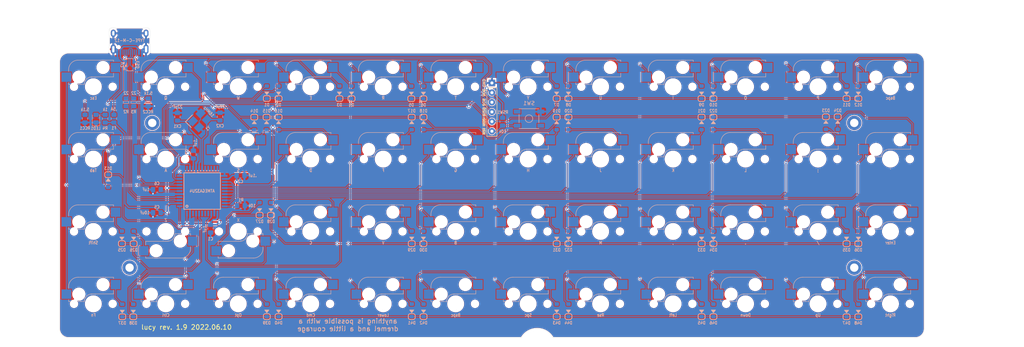
<source format=kicad_pcb>
(kicad_pcb (version 20211014) (generator pcbnew)
  (layers (0 "F.Cu" signal) (31 "B.Cu" signal) (34 "B.Paste" user) (35 "F.Paste" user) (36 "B.SilkS" user "B.Silkscreen") (37 "F.SilkS" user "F.Silkscreen") (38 "B.Mask" user) (39 "F.Mask" user) (44 "Edge.Cuts" user))
  (net 0 "")
  (net 1 "Net-(D1-Pad2)")
  (net 2 "Net-(D2-Pad2)")
  (net 3 "Net-(D3-Pad2)")
  (net 4 "Net-(D4-Pad2)")
  (net 5 "Net-(D5-Pad2)")
  (net 6 "Net-(D6-Pad2)")
  (net 7 "Net-(D7-Pad2)")
  (net 8 "Net-(D8-Pad2)")
  (net 9 "Net-(D9-Pad2)")
  (net 10 "Net-(D10-Pad2)")
  (net 11 "Net-(D11-Pad2)")
  (net 12 "Net-(D12-Pad2)")
  (net 13 "Net-(D13-Pad2)")
  (net 14 "Net-(D14-Pad2)")
  (net 15 "Net-(D15-Pad2)")
  (net 16 "Net-(D16-Pad2)")
  (net 17 "Net-(D17-Pad2)")
  (net 18 "Net-(D18-Pad2)")
  (net 19 "Net-(D19-Pad2)")
  (net 20 "Net-(D20-Pad2)")
  (net 21 "Net-(D21-Pad2)")
  (net 22 "Net-(D22-Pad2)")
  (net 23 "Net-(D23-Pad2)")
  (net 24 "Net-(D24-Pad2)")
  (net 25 "Net-(D25-Pad2)")
  (net 26 "Net-(D26-Pad2)")
  (net 27 "Net-(D27-Pad2)")
  (net 28 "Net-(D28-Pad2)")
  (net 29 "Net-(D29-Pad2)")
  (net 30 "Net-(D30-Pad2)")
  (net 31 "Net-(D31-Pad2)")
  (net 32 "Net-(D32-Pad2)")
  (net 33 "Net-(D33-Pad2)")
  (net 34 "Net-(D34-Pad2)")
  (net 35 "Net-(D35-Pad2)")
  (net 36 "Net-(D36-Pad2)")
  (net 37 "Net-(D37-Pad2)")
  (net 38 "Net-(D38-Pad2)")
  (net 39 "Net-(D39-Pad2)")
  (net 40 "Net-(D40-Pad2)")
  (net 41 "Net-(D41-Pad2)")
  (net 42 "Net-(D42-Pad2)")
  (net 43 "Net-(D43-Pad2)")
  (net 44 "Net-(D44-Pad2)")
  (net 45 "Net-(D45-Pad2)")
  (net 46 "Net-(D46-Pad2)")
  (net 47 "Net-(D47-Pad2)")
  (net 48 "Net-(D48-Pad2)")
  (net 49 "VCC")
  (net 50 "Net-(C6-Pad1)")
  (net 51 "XTAL1")
  (net 52 "XTAL2")
  (net 53 "row0")
  (net 54 "row1")
  (net 55 "row2")
  (net 56 "row3")
  (net 57 "D-")
  (net 58 "D+")
  (net 59 "col0")
  (net 60 "col1")
  (net 61 "col2")
  (net 62 "col3")
  (net 63 "col4")
  (net 64 "col5")
  (net 65 "col6")
  (net 66 "col7")
  (net 67 "col8")
  (net 68 "col9")
  (net 69 "col10")
  (net 70 "col11")
  (net 71 "Net-(R1-Pad2)")
  (net 72 "VBUS")
  (net 73 "Net-(J1-PadB5)")
  (net 74 "Net-(J1-PadA5)")
  (net 75 "ISP_Reset")
  (net 78 "GND")
  (net 79 "Net-(LED1-Pad2)")
  (net 80 "DBUS-")
  (net 81 "DBUS+")
  (footprint "MX_Only:MXOnly-1U-Hotswap" (layer "F.Cu") (at 124.990225 53.19395)
    (fp_text reference "K3")
    (fp_text value "KEYSW")
  )
  (footprint "MX_Only:MXOnly-1U-Hotswap" (layer "F.Cu") (at 201.190225 53.19395)
    (fp_text reference "K7")
    (fp_text value "KEYSW")
  )
  (footprint "MX_Only:MXOnly-1U-Hotswap" (layer "F.Cu") (at 182.140225 53.19395)
    (fp_text reference "K6")
    (fp_text value "KEYSW")
  )
  (footprint "MX_Only:MXOnly-1U-Hotswap" (layer "F.Cu") (at 163.090225 53.19395)
    (fp_text reference "K5")
    (fp_text value "KEYSW")
  )
  (footprint "MX_Only:MXOnly-1U-Hotswap" (layer "F.Cu") (at 86.890225 53.19395)
    (fp_text reference "K1")
    (fp_text value "KEYSW")
  )
  (footprint "MX_Only:MXOnly-1U-Hotswap" (layer "F.Cu") (at 220.240225 53.19395)
    (fp_text reference "K8")
    (fp_text value "KEYSW")
  )
  (footprint "MX_Only:MXOnly-1U-Hotswap" (layer "F.Cu") (at 239.290225 53.19395)
    (fp_text reference "K9")
    (fp_text value "KEYSW")
  )
  (footprint "MX_Only:MXOnly-1U-Hotswap" (layer "F.Cu") (at 86.890225 72.24395)
    (fp_text reference "K13")
    (fp_text value "KEYSW")
  )
  (footprint "MX_Only:MXOnly-1U-Hotswap" (layer "F.Cu") (at 105.940225 72.24395)
    (fp_text reference "K14")
    (fp_text value "KEYSW")
  )
  (footprint "MX_Only:MXOnly-1U-Hotswap" (layer "F.Cu") (at 144.045399 72.24395)
    (fp_text reference "K16")
    (fp_text value "KEYSW")
  )
  (footprint "MX_Only:MXOnly-1U-Hotswap" (layer "F.Cu") (at 277.390225 53.19395)
    (fp_text reference locked "K11")
    (fp_text value "KEYSW")
  )
  (footprint "MX_Only:MXOnly-1U-Hotswap" (layer "F.Cu") (at 163.090225 72.24395)
    (fp_text reference "K17")
    (fp_text value "KEYSW")
  )
  (footprint "MX_Only:MXOnly-1U-Hotswap" (layer "F.Cu") (at 182.140225 72.24395)
    (fp_text reference "K18")
    (fp_text value "KEYSW")
  )
  (footprint "MX_Only:MXOnly-1U-Hotswap" (layer "F.Cu") (at 201.190225 72.24395)
    (fp_text reference "K19")
    (fp_text value "KEYSW")
  )
  (footprint "MX_Only:MXOnly-1U-Hotswap" (layer "F.Cu") (at 105.940225 110.34395)
    (fp_text reference "K38")
    (fp_text value "KEYSW")
  )
  (footprint "MX_Only:MXOnly-1U-Hotswap" (layer "F.Cu") (at 124.990225 110.34395)
    (fp_text reference "K39")
    (fp_text value "KEYSW")
  )
  (footprint "MX_Only:MXOnly-1U-Hotswap" (layer "F.Cu") (at 144.040225 110.34395)
    (fp_text reference locked "K40")
    (fp_text value "KEYSW")
  )
  (footprint "MX_Only:MXOnly-1U-Hotswap" (layer "F.Cu") (at 163.090225 110.34395)
    (fp_text reference locked "K41")
    (fp_text value "KEYSW")
  )
  (footprint "MX_Only:MXOnly-1U-Hotswap" (layer "F.Cu") (at 182.140225 110.34395)
    (fp_text reference "K42")
    (fp_text value "KEYSW")
  )
  (footprint "MX_Only:MXOnly-1U-Hotswap" (layer "F.Cu") (at 220.240225 110.34395)
    (fp_text reference "K44")
    (fp_text value "KEYSW")
  )
  (footprint "MX_Only:MXOnly-1U-Hotswap" (layer "F.Cu") (at 239.290225 110.34395)
    (fp_text reference "K45")
    (fp_text value "KEYSW")
  )
  (footprint "MX_Only:MXOnly-1U-Hotswap" (layer "F.Cu") (at 258.340225 110.34395)
    (fp_text reference "K46")
    (fp_text value "KEYSW")
  )
  (footprint "MX_Only:MXOnly-1U-Hotswap" (layer "F.Cu") (at 277.390225 110.34395)
    (fp_text reference "K47")
    (fp_text value "KEYSW")
  )
  (footprint "MX_Only:MXOnly-1U-Hotswap" (layer "F.Cu") (at 201.190225 110.34395)
    (fp_text reference "K43")
    (fp_text value "KEYSW")
  )
  (footprint "MX_Only:MXOnly-1U-Hotswap" (layer "F.Cu") (at 277.390225 91.29395)
    (fp_text reference locked "K35")
    (fp_text value "KEYSW")
  )
  (footprint "MX_Only:MXOnly-1U-Hotswap" (layer "F.Cu") (at 258.340225 91.29395)
    (fp_text reference "K34")
    (fp_text value "KEYSW")
  )
  (footprint "MX_Only:MXOnly-1U-Hotswap" (layer "F.Cu") (at 220.240225 91.29395)
    (fp_text reference "K32")
    (fp_text value "KEYSW")
  )
  (footprint "MX_Only:MXOnly-1U-Hotswap" (layer "F.Cu") (at 182.140225 91.29395)
    (fp_text reference "K30")
    (fp_text value "KEYSW")
  )
  (footprint "MX_Only:MXOnly-1U-Hotswap" (layer "F.Cu") (at 144.040225 91.29395)
    (fp_text reference "K28")
    (fp_text value "KEYSW")
  )
  (footprint "MX_Only:MXOnly-1U-Hotswap" (layer "F.Cu") (at 86.890225 91.29395)
    (fp_text reference "K25")
    (fp_text value "KEYSW")
  )
  (footprint "MX_Only:MXOnly-1U-Hotswap" (layer "F.Cu") (at 163.090225 91.29395)
    (fp_text reference "K29")
    (fp_text value "KEYSW")
  )
  (footprint "MX_Only:MXOnly-1U-Hotswap" (layer "F.Cu") (at 296.440225 72.24395)
    (fp_text reference "K24")
    (fp_text value "KEYSW")
  )
  (footprint "MX_Only:MXOnly-1U-Hotswap" (layer "F.Cu") (at 124.990225 91.29395 180)
    (fp_text reference "K27")
    (fp_text value "KEYSW")
  )
  (footprint "MX_Only:MXOnly-1U-Hotswap" (layer "F.Cu") (at 105.940225 91.29395 180)
    (fp_text reference "K26")
    (fp_text value "KEYSW")
  )
  (footprint "MX_Only:MXOnly-1U-Hotswap" (layer "F.Cu") (at 258.340225 72.24395)
    (fp_text reference locked "K22")
    (fp_text value "KEYSW")
  )
  (footprint "MX_Only:MXOnly-1U-Hotswap" (layer "F.Cu") (at 239.290225 72.24395)
    (fp_text reference "K21")
    (fp_text value "KEYSW")
  )
  (footprint "MX_Only:MXOnly-1U-Hotswap" (layer "F.Cu") (at 277.390225 72.24395)
    (fp_text reference "K23")
    (fp_text value "KEYSW")
  )
  (footprint "MX_Only:MXOnly-1U-Hotswap" (layer "F.Cu") (at 296.440225 110.34395)
    (fp_text reference "K48")
    (fp_text value "KEYSW")
  )
  (footprint "MX_Only:MXOnly-1U-Hotswap" (layer "F.Cu") (at 296.440225 91.29395)
    (fp_text reference "K36")
    (fp_text value "KEYSW")
  )
  (footprint "MX_Only:MXOnly-1U-Hotswap" (layer "F.Cu") (at 296.440225 53.19395)
    (fp_text reference "K12")
    (fp_text value "KEYSW")
  )
  (footprint "MX_Only:MXOnly-1U-Hotswap" (layer "F.Cu") (at 105.940225 53.19395)
    (fp_text reference "K2")
    (fp_text value "KEYSW")
  )
  (footprint "MX_Only:MXOnly-1U-Hotswap" (layer "F.Cu") (at 144.040225 53.19395)
    (fp_text reference "K4")
    (fp_text value "KEYSW")
  )
  (footprint "MX_Only:MXOnly-1U-Hotswap" (layer "F.Cu") (at 201.190225 91.29395)
    (fp_text reference "K31")
    (fp_text value "KEYSW")
  )
  (footprint "MX_Only:MXOnly-1U-Hotswap" (layer "F.Cu") (at 239.290225 91.29395)
    (fp_text reference "K33")
    (fp_text value "KEYSW")
  )
  (footprint "MX_Only:MXOnly-1U-Hotswap" (layer "F.Cu") (at 86.890225 110.34395)
    (fp_text reference "K37")
    (fp_text value "KEYSW")
  )
  (footprint "MX_Only:MXOnly-1U-Hotswap" (layer "F.Cu") (at 258.340225 53.19395)
    (fp_text reference "K10")
    (fp_text value "KEYSW")
  )
  (footprint "MX_Only:MXOnly-1U-Hotswap" (layer "F.Cu") (at 124.990225 72.24395)
    (fp_text reference "K15")
    (fp_text value "KEYSW")
  )
  (footprint "MX_Only:MXOnly-1U-Hotswap" (layer "F.Cu") (at 220.240225 72.24395)
    (fp_text reference "K20")
    (fp_text value "KEYSW")
  )
  (footprint "MountingHole:MountingHole_2.2mm_M2_DIN965_Pad" (layer "F.Cu") (at 286.915401 62.718966)
    (fp_text reference "H7")
    (fp_text value "MountingHole")
  )
  (footprint "MountingHole:MountingHole_2.2mm_M2_DIN965_Pad" (layer "F.Cu") (at 102.368371 62.718966)
    (fp_text reference "H6")
    (fp_text value "MountingHole")
  )
  (footprint "MountingHole:MountingHole_2.2mm_M2_DIN965_Pad" (layer "F.Cu") (at 286.915401 100.818998)
    (fp_text reference "H9")
    (fp_text value "MountingHole")
  )
  (footprint "MountingHole:MountingHole_2.2mm_M2_DIN965_Pad" (layer "F.Cu") (at 96.415241 100.818998)
    (fp_text reference "H8")
    (fp_text value "MountingHole")
  )
  (footprint "Capacitor_SMD:C_0805_2012Metric_Pad1.15x1.40mm_HandSolder" (layer "B.Cu") (at 117.690625 90.55625 -90)
    (fp_text reference "C1")
    (fp_text value ".1uF")
  )
  (footprint "Keeb_footprints:D_SOD-123_modified" (layer "B.Cu") (at 97.490625 92.85625 90)
    (fp_text reference "D26")
    (fp_text value "D")
  )
  (footprint "Keeb_footprints:D_SOD-123_modified" (layer "B.Cu") (at 208.681415 62.85625 -90)
    (fp_text reference "D19")
    (fp_text value "D")
  )
  (footprint "Keeb_footprints:D_SOD-123_modified" (layer "B.Cu") (at 170.581415 62.85625 -90)
    (fp_text reference "D17")
    (fp_text value "D")
  )
  (footprint "Keeb_footprints:D_SOD-123_modified" (layer "B.Cu") (at 135.581415 62.85625 -90)
    (fp_text reference "D16")
    (fp_text value "D")
  )
  (footprint "Keeb_footprints:D_SOD-123_modified" (layer "B.Cu") (at 129.190625 62.85625 -90)
    (fp_text reference "D14")
    (fp_text value "D")
  )
  (footprint "Keeb_footprints:D_SOD-123_modified" (layer "B.Cu") (at 284.890625 54.65625 90)
    (fp_text reference "D11")
    (fp_text value "D")
  )
  (footprint "Keeb_footprints:D_SOD-123_modified" (layer "B.Cu") (at 249.881415 54.65625 90)
    (fp_text reference "D10")
    (fp_text value "D")
  )
  (footprint "Keeb_footprints:D_SOD-123_modified" (layer "B.Cu") (at 211.781415 54.65625 90)
    (fp_text reference "D8")
    (fp_text value "D")
  )
  (footprint "Keeb_footprints:D_SOD-123_modified" (layer "B.Cu") (at 208.681415 54.65625 90)
    (fp_text reference "D7")
    (fp_text value "D")
  )
  (footprint "Keeb_footprints:D_SOD-123_modified" (layer "B.Cu") (at 173.651789 54.683377 90)
    (fp_text reference "D6")
    (fp_text value "D")
  )
  (footprint "Keeb_footprints:D_SOD-123_modified" (layer "B.Cu") (at 170.476789 54.683377 90)
    (fp_text reference "D5")
    (fp_text value "D")
  )
  (footprint "Keeb_footprints:D_SOD-123_modified" (layer "B.Cu") (at 154.751789 54.65625 90)
    (fp_text reference "D4")
    (fp_text value "D")
  )
  (footprint "Keeb_footprints:D_SOD-123_modified" (layer "B.Cu") (at 287.990625 112.1 90)
    (fp_text reference "D48")
    (fp_text value "D")
  )
  (footprint "Keeb_footprints:D_SOD-123_modified" (layer "B.Cu") (at 284.890625 112.1 90)
    (fp_text reference "D47")
    (fp_text value "D")
  )
  (footprint "Keeb_footprints:D_SOD-123_modified" (layer "B.Cu") (at 249.890625 112.063123 90)
    (fp_text reference "D46")
    (fp_text value "D")
  )
  (footprint "Keeb_footprints:D_SOD-123_modified" (layer "B.Cu") (at 246.790625 112.05625 90)
    (fp_text reference "D45")
    (fp_text value "D")
  )
  (footprint "Keeb_footprints:D_SOD-123_modified" (layer "B.Cu") (at 211.783999 112.05625 90)
    (fp_text reference "D44")
    (fp_text value "D")
  )
  (footprint "Keeb_footprints:D_SOD-123_modified" (layer "B.Cu") (at 208.7 112.05625 90)
    (fp_text reference "D43")
    (fp_text value "D")
  )
  (footprint "Keeb_footprints:D_SOD-123_modified" (layer "B.Cu") (at 211.790625 92.85625 90)
    (fp_text reference "D32")
    (fp_text value "D")
  )
  (footprint "Keeb_footprints:D_SOD-123_modified" (layer "B.Cu") (at 279.465225 62.75625 -90)
    (fp_text reference "D23")
    (fp_text value "D")
  )
  (footprint "Keeb_footprints:D_SOD-123_modified" (layer "B.Cu") (at 208.690625 92.85625 90)
    (fp_text reference "D31")
    (fp_text value "D")
  )
  (footprint "Keeb_footprints:D_SOD-123_modified" (layer "B.Cu") (at 170.585999 92.85625 90)
    (fp_text reference "D29")
    (fp_text value "D")
  )
  (footprint "Keeb_footprints:D_SOD-123_modified" (layer "B.Cu") (at 130.590625 85.35625 90)
    (fp_text reference "D27")
    (fp_text value "D")
  )
  (footprint "Keeb_footprints:D_SOD-123_modified" (layer "B.Cu") (at 282.565225 62.75625 -90)
    (fp_text reference "D24")
    (fp_text value "D")
  )
  (footprint "Keeb_footprints:D_SOD-123_modified" (layer "B.Cu") (at 284.890625 92.85625 90)
    (fp_text reference "D35")
    (fp_text value "D")
  )
  (footprint "Keeb_footprints:D_SOD-123_modified" (layer "B.Cu") (at 249.890625 92.85625 90)
    (fp_text reference "D34")
    (fp_text value "D")
  )
  (footprint "Keeb_footprints:D_SOD-123_modified" (layer "B.Cu") (at 246.790625 92.85625 90)
    (fp_text reference "D33")
    (fp_text value "D")
  )
  (footprint "Keeb_footprints:D_SOD-123_modified" (layer "B.Cu") (at 173.690625 112.05625 90)
    (fp_text reference "D42")
    (fp_text value "D")
  )
  (footprint "Keeb_footprints:D_SOD-123_modified" (layer "B.Cu") (at 151.576789 54.65625 90)
    (fp_text reference "D3")
    (fp_text value "D")
  )
  (footprint "Keeb_footprints:D_SOD-123_modified" (layer "B.Cu") (at 211.781415 62.85625 -90)
    (fp_text reference "D20")
    (fp_text value "D")
  )
  (footprint "Keeb_footprints:ICSP-Header_small_pins" (layer "B.Cu") (at 191.665313 52.201767 180)
    (fp_text reference "J2" hide)
    (fp_text value "AVR-ISP-6_mod")
  )
  (footprint "Keeb_footprints:D_SOD-123_modified" (layer "B.Cu") (at 287.990625 54.65625 90)
    (fp_text reference "D12")
    (fp_text value "D")
  )
  (footprint "random-keyboard-parts:SKQG-1155865" (layer "B.Cu") (at 201.4 61.59395)
    (fp_text reference "SW1")
    (fp_text value "SW_PUSH")
  )
  (footprint "Keebio-Parts:ATMEGA32U4-AU" (layer "B.Cu") (at 115.490625 80.65625)
    (fp_text reference "U1")
    (fp_text value "ATMEGA32U4")
  )
  (footprint "Capacitor_SMD:C_0805_2012Metric_Pad1.15x1.40mm_HandSolder" (layer "B.Cu") (at 113.190625 71.05625 90)
    (fp_text reference "C3")
    (fp_text value ".1uF")
  )
  (footprint "Capacitor_SMD:C_0805_2012Metric_Pad1.15x1.40mm_HandSolder" (layer "B.Cu") (at 120.190625 61.05625 90)
    (fp_text reference "CX2")
    (fp_text value "22pF")
  )
  (footprint "Capacitor_SMD:C_0805_2012Metric_Pad1.15x1.40mm_HandSolder" (layer "B.Cu") (at 108.990225 61.09395 90)
    (fp_text reference "CX1")
    (fp_text value "22pF")
  )
  (footprint "Crystal:Crystal_SMD_3225-4Pin_3.2x2.5mm_HandSoldering" (layer "B.Cu") (at 114.890625 62.05625 45)
    (fp_text reference "Y1")
    (fp_text value "16MHz")
  )
  (footprint "Fuse:Fuse_0805_2012Metric_Pad1.15x1.40mm_HandSolder" (layer "B.Cu") (at 92.290225 61.59395 90)
    (fp_text reference "F1")
    (fp_text value ".5A")
  )
  (footprint "Keeb_footprints:TYPE-C-31-M-12" (layer "B.Cu") (at 96.439825 44.814877)
    (fp_text reference "J1")
    (fp_text value "TYPE-C-31-M12_13")
  )
  (footprint "Resistor_SMD:R_0805_2012Metric_Pad1.15x1.40mm_HandSolder" (layer "B.Cu") (at 97.490625 57.29395 90)
    (fp_text reference "R3")
    (fp_text value "22")
  )
  (footprint "Resistor_SMD:R_0805_2012Metric_Pad1.15x1.40mm_HandSolder" (layer "B.Cu") (at 84.689825 61.59395 90)
    (fp_text reference "RCC1")
    (fp_text value "5.1k")
  )
  (footprint "Resistor_SMD:R_0805_2012Metric_Pad1.15x1.40mm_HandSolder" (layer "B.Cu") (at 89.989825 61.59395 -90)
    (fp_text reference "R4")
    (fp_text value "1k")
  )
  (footprint "LED_SMD:LED_0805_2012Metric_Pad1.15x1.40mm_HandSolder" (layer "B.Cu") (at 87.589825 61.59395 90)
    (fp_text reference "LED1")
    (fp_text value "LED")
  )
  (footprint "Keeb_footprints:D_SOD-123_modified" (layer "B.Cu") (at 135.590625 112.05625 90)
    (fp_text reference "D40")
    (fp_text value "D")
  )
  (footprint "Keeb_footprints:D_SOD-123_modified" (layer "B.Cu") (at 132.490625 112.063123 90)
    (fp_text reference "D39")
    (fp_text value "D")
  )
  (footprint "Capacitor_SMD:C_0805_2012Metric_Pad1.15x1.40mm_HandSolder" (layer "B.Cu") (at 125.590625 76.55625)
    (fp_text reference "C2")
    (fp_text value ".1uF")
  )
  (footprint "Resistor_SMD:R_0805_2012Metric_Pad1.15x1.40mm_HandSolder" (layer "B.Cu") (at 95.490625 57.29395 90)
    (fp_text reference "R2")
    (fp_text value "22")
  )
  (footprint "Capacitor_SMD:C_0805_2012Metric_Pad1.15x1.40mm_HandSolder" (layer "B.Cu") (at 103.590625 86.35625 180)
    (fp_text reference "C5")
    (fp_text value "10uF")
  )
  (footprint "Capacitor_SMD:C_0805_2012Metric_Pad1.15x1.40mm_HandSolder" (layer "B.Cu") (at 103.590625 80.25625 180)
    (fp_text reference "C6")
    (fp_text value "1uF")
  )
  (footprint "Resistor_SMD:R_0805_2012Metric_Pad1.15x1.40mm_HandSolder" (layer "B.Cu") (at 125.690625 84.5 180)
    (fp_text reference "R1")
    (fp_text value "10k")
  )
  (footprint "Keeb_footprints:D_SOD-123_modified" (layer "B.Cu") (at 90.790225 77.99395 -90)
    (fp_text reference "D13")
    (fp_text value "D")
  )
  (footprint "Keeb_footprints:D_SOD-123_modified" (layer "B.Cu") (at 94.490225 112.09395 90)
    (fp_text reference "D37")
    (fp_text value "D")
  )
  (footprint "Keeb_footprints:D_SOD-123_modified" (layer "B.Cu") (at 97.390225 112.09395 90)
    (fp_text reference "D38")
    (fp_text value "D")
  )
  (footprint "Keeb_footprints:D_SOD-123_modified" (layer "B.Cu") (at 170.590625 112.05625 90)
    (fp_text reference "D41")
    (fp_text value "D")
  )
  (footprint "Keeb_footprints:D_SOD-123_modified" (layer "B.Cu") (at 133.590625 85.35625 90)
    (fp_text reference "D28")
    (fp_text value "D")
  )
  (footprint "Keeb_footprints:D_SOD-123_modified" (layer "B.Cu") (at 173.65 92.85625 90)
    (fp_text reference "D30")
    (fp_text value "D")
  )
  (footprint "Keeb_footprints:D_SOD-123_modified" (layer "B.Cu") (at 287.990625 92.85625 90)
    (fp_text reference "D36")
    (fp_text value "D")
  )
  (footprint "Keeb_footprints:D_SOD-123_modified" (layer "B.Cu") (at 94.390625 92.85625 90)
    (fp_text reference "D25")
    (fp_text value "D")
  )
  (footprint "Keeb_footprints:D_SOD-123_modified" (layer "B.Cu") (at 135.581415 54.65625 90)
    (fp_text reference "D2")
    (fp_text value "D")
  )
  (footprint "Keeb_footprints:D_SOD-123_modified" (layer "B.Cu") (at 246.781415 54.65625 90)
    (fp_text reference "D9")
    (fp_text value "D")
  )
  (footprint "Keeb_footprints:D_SOD-123_modified" (layer "B.Cu") (at 132.490625 54.64995 90)
    (fp_text reference "D1")
    (fp_text value "D")
  )
  (footprint "Resistor_SMD:R_0805_2012Metric_Pad1.15x1.40mm_HandSolder" (layer "B.Cu") (at 194.490225 62.39395 90)
    (fp_text reference "RSW1")
    (fp_text value "10k")
  )
  (footprint "Keeb_footprints:D_SOD-123_modified" (layer "B.Cu") (at 249.881415 62.85625 -90)
    (fp_text reference "D22")
    (fp_text value "D")
  )
  (footprint "Keeb_footprints:D_SOD-123_modified" (layer "B.Cu") (at 246.781415 62.85625 -90)
    (fp_text reference "D21")
    (fp_text value "D")
  )
  (footprint "Keeb_footprints:D_SOD-123_modified" (layer "B.Cu") (at 173.681415 62.85625 -90)
    (fp_text reference "D18")
    (fp_text value "D")
  )
  (footprint "Keeb_footprints:D_SOD-123_modified" (layer "B.Cu") (at 132.431415 62.85625 -90)
    (fp_text reference "D15")
    (fp_text value "D")
  )
  (footprint "Resistor_SMD:R_0805_2012Metric_Pad1.15x1.40mm_HandSolder" (layer "B.Cu") (at 101.290225 57.29395 90)
    (fp_text reference "RCC2")
    (fp_text value "5.1k")
  )
  (footprint "Keebio-Parts:SOT-143B" (layer "B.Cu") (at 96.490625 47.39395 -90)
    (fp_text reference "U2")
    (fp_text value "PRTR5V0U2X" hide)
  )
  (gr_arc (start 77.96053 46.645507) (mid 78.657985 44.961702) (end 80.34179 44.264247) (layer "Edge.Cuts") (width 0.05))
  (gr_line (start 101.77305 38.311125) (end 101.77305 43.668942) (layer "Edge.Cuts") (width 0.05))
  (gr_arc (start 91.057416 38.311125) (mid 91.231779 37.890175) (end 91.652729 37.715812) (layer "Edge.Cuts") (width 0.05))
  (gr_arc (start 305.370104 116.892441) (mid 304.672649 118.576246) (end 302.988844 119.273701) (layer "Edge.Cuts") (width 0.05))
  (gr_line (start 302.988844 44.264247) (end 102.368363 44.264255) (layer "Edge.Cuts") (width 0.05))
  (gr_arc (start 101.177737 37.715812) (mid 101.598687 37.890175) (end 101.77305 38.311125) (layer "Edge.Cuts") (width 0.05))
  (gr_line (start 90.462103 44.264255) (end 80.34179 44.264247) (layer "Edge.Cuts") (width 0.05))
  (gr_line (start 305.370104 46.645507) (end 305.370104 116.892441) (layer "Edge.Cuts") (width 0.05))
  (gr_arc (start 102.368363 44.264255) (mid 101.947413 44.089892) (end 101.77305 43.668942) (layer "Edge.Cuts") (width 0.05))
  (gr_line (start 207.738763 119.273693) (end 302.988844 119.273701) (layer "Edge.Cuts") (width 0.05))
  (gr_line (start 80.341782 119.273701) (end 199.404383 119.273693) (layer "Edge.Cuts") (width 0.05))
  (gr_line (start 91.652729 37.715812) (end 101.177737 37.715812) (layer "Edge.Cuts") (width 0.05))
  (gr_arc (start 199.404383 119.273693) (mid 203.571573 116.855379) (end 207.738763 119.273693) (layer "Edge.Cuts") (width 0.05))
  (gr_line (start 77.96053 46.645507) (end 77.960522 116.892441) (layer "Edge.Cuts") (width 0.05))
  (gr_arc (start 80.341782 119.273701) (mid 78.657977 118.576246) (end 77.960522 116.892441) (layer "Edge.Cuts") (width 0.05))
  (gr_arc (start 91.057416 43.668942) (mid 90.883053 44.089892) (end 90.462103 44.264255) (layer "Edge.Cuts") (width 0.05))
  (gr_line (start 91.057416 43.668942) (end 91.057416 38.311125) (layer "Edge.Cuts") (width 0.05))
  (gr_arc (start 302.988844 44.264247) (mid 304.672649 44.961702) (end 305.370104 46.645507) (layer "Edge.Cuts") (width 0.05))
  (gr_text "16MHz" (at 117.251188 59.742393 315) (layer "B.SilkS") (effects (font (size 0.8 0.7)) (justify mirror)))
  (gr_text "Y" (at 201.190329 56.170523) (layer "B.SilkS") (effects (font (size 0.8 0.7)) (justify mirror)))
  (gr_text "F" (at 163.090297 75.220539) (layer "B.SilkS") (effects (font (size 0.8 0.7)) (justify mirror)))
  (gr_text "T" (at 182.140313 56.170523) (layer "B.SilkS") (effects (font (size 0.8 0.7)) (justify mirror)))
  (gr_text "." (at 258.340377 94.270555) (layer "B.SilkS") (effects (font (size 0.8 0.7)) (justify mirror)))
  (gr_text "Ctrl" (at 105.940249 113.320571) (layer "B.SilkS") (effects (font (size 0.8 0.7)) (justify mirror)))
  (gr_text "Spc" (at 201.190329 113.320571) (layer "B.SilkS") (effects (font (size 0.8 0.7)) (justify mirror)))
  (gr_text "U" (at 220.240345 56.170523) (layer "B.SilkS") (effects (font (size 0.8 0.7)) (justify mirror)))
  (gr_text "A" (at 105.940249 75.220539) (layer "B.SilkS") (effects (font (size 0.8 0.7)) (justify mirror)))
  (gr_text "X" (at 124.990265 88.317425) (layer "B.SilkS") (effects (font (size 0.8 0.7)) (justify mirror)))
  (gr_text "Left" (at 239.290361 113.320571) (layer "B.SilkS") (effects (font (size 0.8 0.7)) (justify mirror)))
  (gr_text "Rse" (at 220.240345 113.320571) (layer "B.SilkS") (effects (font (size 0.8 0.7)) (justify mirror)))
  (gr_text "R" (at 163.090297 56.170523) (layer "B.SilkS") (effects (font (size 0.8 0.7)) (justify mirror)))
  (gr_text "Esc" (at 86.890233 56.170523) (layer "B.SilkS") (effects (font (size 0.8 0.7)) (justify mirror)))
  (gr_text "'" (at 296.440409 75.220539) (layer "B.SilkS") (effects (font (size 0.8 0.7)) (justify mirror)))
  (gr_text "anything is possible with a\ndremel and a little courage" (at 153.790225 115.89395) (layer "B.SilkS") (effects (font (size 1.25 1.25) (thickness 0.2)) (justify mirror)))
  (gr_text "Up" (at 277.390393 113.320571) (layer "B.SilkS") (effects (font (size 0.8 0.7)) (justify mirror)))
  (gr_text "," (at 239.290361 94.270555) (layer "B.SilkS") (effects (font (size 0.8 0.7)) (justify mirror)))
  (gr_text "P" (at 277.390393 56.170523) (layer "B.SilkS") (effects (font (size 0.8 0.7)) (justify mirror)))
  (gr_text "O" (at 258.340377 56.170523) (layer "B.SilkS") (effects (font (size 0.8 0.7)) (justify mirror)))
  (gr_text "Right" (at 296.440409 113.320571) (layer "B.SilkS") (effects (font (size 0.8 0.7)) (justify mirror)))
  (gr_text "B" (at 182.140313 94.270555) (layer "B.SilkS") (effects (font (size 0.8 0.7)) (justify mirror)))
  (gr_text "E" (at 144.040281 56.170523) (layer "B.SilkS") (effects (font (size 0.8 0.7)) (justify mirror)))
  (gr_text "Opt" (at 124.990265 113.320571) (layer "B.SilkS") (effects (font (size 0.8 0.7)) (justify mirror)))
  (gr_text "G" (at 182.140313 75.220539) (layer "B.SilkS") (effects (font (size 0.8 0.7)) (justify mirror)))
  (gr_text "Enter" (at 296.440409 94.270555) (layer "B.SilkS") (effects (font (size 0.8 0.7)) (justify mirror)))
  (gr_text "Cmd" (at 144.040281 113.320571) (layer "B.SilkS") (effects (font (size 0.8 0.7)) (justify mirror)))
  (gr_text "Q" (at 105.940249 56.170523) (layer "B.SilkS") (effects (font (size 0.8 0.7)) (justify mirror)))
  (gr_text "Tab" (at 86.890233 75.220539) (layer "B.SilkS") (effects (font (size 0.8 0.7)) (justify mirror)))
  (gr_text "Fn" (at 86.890233 113.320571) (layer "B.SilkS") (effects (font (size 0.8 0.7)) (justify mirror)))
  (gr_text "W" (at 124.990265 56.170523) (layer "B.SilkS") (effects (font (size 0.8 0.7)) (justify mirror)))
  (gr_text "S" (at 124.990265 75.220539) (layer "B.SilkS") (effects (font (size 0.8 0.7)) (justify mirror)))
  (gr_text "D" (at 144.040281 75.220539) (layer "B.SilkS") (effects (font (size 0.8 0.7)) (justify mirror)))
  (gr_text "/" (at 277.390393 94.270555) (layer "B.SilkS") (effects (font (size 0.8 0.7)) (justify mirror)))
  (gr_text "Bspc" (at 296.440409 56.170523) (layer "B.SilkS") (effects (font (size 0.8 0.7)) (justify mirror)))
  (gr_text "K" (at 239.290361 75.220539) (layer "B.SilkS") (effects (font (size 0.8 0.7)) (justify mirror)))
  (gr_text "Z" (at 105.940249 88.317425) (layer "B.SilkS") (effects (font (size 0.8 0.7)) (justify mirror)))
  (gr_text "C" (at 144.040281 94.270555) (layer "B.SilkS") (effects (font (size 0.8 0.7)) (justify mirror)))
  (gr_text "H" (at 201.190329 75.220539) (layer "B.SilkS") (effects (font (size 0.8 0.7)) (justify mirror)))
  (gr_text "L" (at 258.340377 75.220539) (layer "B.SilkS") (effects (font (size 0.8 0.7)) (justify mirror)))
  (gr_text "Lower" (at 163.090297 113.320571) (layer "B.SilkS") (effects (font (size 0.8 0.7)) (justify mirror)))
  (gr_text "Bspc" (at 182.140313 113.320571) (layer "B.SilkS") (effects (font (size 0.8 0.7)) (justify mirror)))
  (gr_text "M" (at 220.240345 94.270555) (layer "B.SilkS") (effects (font (size 0.8 0.7)) (justify mirror)))
  (gr_text ";" (at 277.390393 75.220539) (layer "B.SilkS") (effects (font (size 0.8 0.7)) (justify mirror)))
  (gr_text "I" (at 239.290361 56.170523) (layer "B.SilkS") (effects (font (size 0.8 0.7)) (justify mirror)))
  (gr_text "J" (at 220.240345 75.220539) (layer "B.SilkS") (effects (font (size 0.8 0.7)) (justify mirror)))
  (gr_text "Down" (at 258.340377 113.320571) (layer "B.SilkS") (effects (font (size 0.8 0.7)) (justify mirror)))
  (gr_text "V" (at 163.090297 94.270555) (layer "B.SilkS") (effects (font (size 0.8 0.7)) (justify mirror)))
  (gr_text "Shift" (at 86.890233 94.270555) (layer "B.SilkS") (effects (font (size 0.8 0.7)) (justify mirror)))
  (gr_text "lucy rev. 1.9 2022.06.10" (at 111.38288 116.5) (layer "F.SilkS") (effects (font (size 1.25 1.25) (thickness 0.2))))
  (segment (start 115.90658 56.68132) (end 115.29395 57.29395) (width 0.25) (layer "F.Cu") (net 1))
  (segment (start 115.90658 55.090767) (end 115.90658 56.68132) (width 0.25) (layer "F.Cu") (net 1))
  (segment (start 94.390225 57.29395) (end 115.29395 57.29395) (width 0.25) (layer "F.Cu") (net 1))
  (segment (start 93.990225 57.69395) (end 94.390225 57.29395) (width 0.25) (layer "F.Cu") (net 1))
  (segment (start 90.690225 57.69395) (end 93.990225 57.69395) (width 0.25) (layer "F.Cu") (net 1))
  (via (at 115.90658 55.090767) (size 0.65) (drill 0.35) (layers "F.Cu" "B.Cu") (net 1))
  (via (at 90.690225 57.69395) (size 0.65) (drill 0.35) (layers "F.Cu" "B.Cu") (net 1))
  (segment (start 128.779776 56.483501) (end 117.299314 56.483501) (width 0.25) (layer "B.Cu") (net 1))
  (segment (start 94.035705 53.905682) (end 92.818831 55.122556) (width 0.25) (layer "B.Cu") (net 1))
  (segment (start 132.263328 52.99995) (end 128.779776 56.483501) (width 0.25) (layer "B.Cu") (net 1))
  (segment (start 94.035705 49.41743) (end 94.035705 50.79395) (width 0.25) (layer "B.Cu") (net 1))
  (segment (start 92.732225 48.11395) (end 94.035705 49.41743) (width 0.25) (layer "B.Cu") (net 1))
  (segment (start 132.490625 52.99995) (end 132.263328 52.99995) (width 0.25) (layer "B.Cu") (net 1))
  (segment (start 90.690225 57.251162) (end 90.690225 57.69395) (width 0.25) (layer "B.Cu") (net 1))
  (segment (start 92.818831 55.122556) (end 90.690225 57.251162) (width 0.25) (layer "B.Cu") (net 1))
  (segment (start 94.035705 50.79395) (end 94.035705 53.905682) (width 0.25) (layer "B.Cu") (net 1))
  (segment (start 117.299314 56.483501) (end 115.90658 55.090767) (width 0.25) (layer "B.Cu") (net 1))
  (segment (start 114.990225 51.32195) (end 111.782225 48.11395) (width 0.25) (layer "B.Cu") (net 2))
  (segment (start 135.581415 53.00625) (end 134.087665 54.5) (width 0.25) (layer "B.Cu") (net 2))
  (segment (start 114.990225 51.32195) (end 114.990225 55.89395) (width 0.25) (layer "B.Cu") (net 2))
  (segment (start 128.902789 56.89721) (end 115.993485 56.89721) (width 0.25) (layer "B.Cu") (net 2))
  (segment (start 114.990225 55.89395) (end 115.993485 56.89721) (width 0.25) (layer "B.Cu") (net 2))
  (segment (start 131.3 54.5) (end 128.902789 56.89721) (width 0.25) (layer "B.Cu") (net 2))
  (segment (start 134.087665 54.5) (end 131.3 54.5) (width 0.25) (layer "B.Cu") (net 2))
  (segment (start 140.83577 46.23577) (end 145.4 50.8) (width 0.25) (layer "B.Cu") (net 3))
  (segment (start 130.832225 48.11395) (end 132.710405 46.23577) (width 0.25) (layer "B.Cu") (net 3))
  (segment (start 132.710405 46.23577) (end 140.83577 46.23577) (width 0.25) (layer "B.Cu") (net 3))
  (segment (start 145.4 50.8) (end 149.370539 50.8) (width 0.25) (layer "B.Cu") (net 3))
  (segment (start 149.370539 50.8) (end 151.576789 53.00625) (width 0.25) (layer "B.Cu") (net 3))
  (segment (start 154.751789 52.983514) (end 149.882225 48.11395) (width 0.25) (layer "B.Cu") (net 4))
  (segment (start 154.751789 53.00625) (end 154.751789 52.983514) (width 0.25) (layer "B.Cu") (net 4))
  (segment (start 168.932225 51.488813) (end 168.932225 48.11395) (width 0.25) (layer "B.Cu") (net 5))
  (segment (start 170.476789 53.033377) (end 168.932225 51.488813) (width 0.25) (layer "B.Cu") (net 5))
  (segment (start 172.86423 46.23577) (end 172.3 46.8) (width 0.25) (layer "B.Cu") (net 6))
  (segment (start 186.104045 46.23577) (end 172.86423 46.23577) (width 0.25) (layer "B.Cu") (net 6))
  (segment (start 172.3 46.8) (end 172.3 51.681588) (width 0.25) (layer "B.Cu") (net 6))
  (segment (start 187.982225 48.11395) (end 186.104045 46.23577) (width 0.25) (layer "B.Cu") (net 6))
  (segment (start 172.3 51.681588) (end 173.651789 53.033377) (width 0.25) (layer "B.Cu") (net 6))
  (segment (start 207.032225 48.11395) (end 207.032225 51.35706) (width 0.25) (layer "B.Cu") (net 7))
  (segment (start 207.032225 51.35706) (end 208.681415 53.00625) (width 0.25) (layer "B.Cu") (net 7))
  (segment (start 210.8 52.024835) (end 211.781415 53.00625) (width 0.25) (layer "B.Cu") (net 8))
  (segment (start 210.8 46.7) (end 210.8 52.024835) (width 0.25) (layer "B.Cu") (net 8))
  (segment (start 223.868275 45.9) (end 211.6 45.9) (width 0.25) (layer "B.Cu") (net 8))
  (segment (start 226.082225 48.11395) (end 223.868275 45.9) (width 0.25) (layer "B.Cu") (net 8))
  (segment (start 211.6 45.9) (end 210.8 46.7) (width 0.25) (layer "B.Cu") (net 8))
  (segment (start 245.132225 51.35706) (end 246.781415 53.00625) (width 0.25) (layer "B.Cu") (net 9))
  (segment (start 245.132225 48.11395) (end 245.132225 51.35706) (width 0.25) (layer "B.Cu") (net 9))
  (segment (start 261.968275 45.9) (end 250 45.9) (width 0.25) (layer "B.Cu") (net 10))
  (segment (start 250 45.9) (end 248.8 47.1) (width 0.25) (layer "B.Cu") (net 10))
  (segment (start 264.182225 48.11395) (end 261.968275 45.9) (width 0.25) (layer "B.Cu") (net 10))
  (segment (start 248.8 51.924835) (end 249.881415 53.00625) (width 0.25) (layer "B.Cu") (net 10))
  (segment (start 248.8 47.1) (end 248.8 51.924835) (width 0.25) (layer "B.Cu") (net 10))
  (segment (start 284.890625 53.00625) (end 283.232225 51.34785) (width 0.25) (layer "B.Cu") (net 11))
  (segment (start 283.232225 51.34785) (end 283.232225 48.11395) (width 0.25) (layer "B.Cu") (net 11))
  (segment (start 302.282225 48.11395) (end 299.924525 45.75625) (width 0.25) (layer "B.Cu") (net 12))
  (segment (start 288.190625 45.75625) (end 286.890625 47.05625) (width 0.25) (layer "B.Cu") (net 12))
  (segment (start 286.890625 47.05625) (end 286.890625 51.90625) (width 0.25) (layer "B.Cu") (net 12))
  (segment (start 299.924525 45.75625) (end 288.190625 45.75625) (width 0.25) (layer "B.Cu") (net 12))
  (segment (start 286.890625 51.90625) (end 287.990625 53.00625) (width 0.25) (layer "B.Cu") (net 12))
  (segment (start 90.790225 79.64395) (end 89.5 78.353725) (width 0.25) (layer "B.Cu") (net 13))
  (segment (start 89.5 78.353725) (end 89.5 70.396175) (width 0.25) (layer "B.Cu") (net 13))
  (segment (start 89.5 70.396175) (end 92.732225 67.16395) (width 0.25) (layer "B.Cu") (net 13))
  (segment (start 107.3 64.2) (end 107.3 58.3) (width 0.25) (layer "F.Cu") (net 14))
  (segment (start 110.7 65) (end 108.1 65) (width 0.25) (layer "F.Cu") (net 14))
  (segment (start 107.92653 57.67347) (end 117.546022 57.67347) (width 0.25) (layer "F.Cu") (net 14))
  (segment (start 117.546022 57.67347) (end 118.5 58.627448) (width 0.25) (layer "F.Cu") (net 14))
  (segment (start 107.3 58.3) (end 107.92653 57.67347) (width 0.25) (layer "F.Cu") (net 14))
  (segment (start 108.1 65) (end 107.3 64.2) (width 0.25) (layer "F.Cu") (net 14))
  (via (at 110.7 65) (size 0.65) (drill 0.35) (layers "F.Cu" "B.Cu") (net 14))
  (via (at 118.5 58.627448) (size 0.65) (drill 0.35) (layers "F.Cu" "B.Cu") (net 14))
  (segment (start 111.782225 67.16395) (end 111.782225 66.082225) (width 0.25) (layer "B.Cu") (net 14))
  (segment (start 111.782225 66.082225) (end 110.7 65) (width 0.25) (layer "B.Cu") (net 14))
  (segment (start 128.203902 64.50625) (end 129.190625 64.50625) (width 0.25) (layer "B.Cu") (net 14))
  (segment (start 118.5 58.627448) (end 122.3251 58.627448) (width 0.25) (layer "B.Cu") (net 14))
  (segment (start 122.3251 58.627448) (end 128.203902 64.50625) (width 0.25) (layer "B.Cu") (net 14))
  (segment (start 130.832225 66.10544) (end 130.832225 67.16395) (width 0.25) (layer "B.Cu") (net 15))
  (segment (start 132.431415 64.50625) (end 130.832225 66.10544) (width 0.25) (layer "B.Cu") (net 15))
  (segment (start 135.581415 64.50625) (end 147.229699 64.50625) (width 0.25) (layer "B.Cu") (net 16))
  (segment (start 147.229699 64.50625) (end 149.887399 67.16395) (width 0.25) (layer "B.Cu") (net 16))
  (segment (start 168.932225 66.15544) (end 168.932225 67.16395) (width 0.25) (layer "B.Cu") (net 17))
  (segment (start 170.581415 64.50625) (end 168.932225 66.15544) (width 0.25) (layer "B.Cu") (net 17))
  (segment (start 185.324525 64.50625) (end 187.982225 67.16395) (width 0.25) (layer "B.Cu") (net 18))
  (segment (start 173.681415 64.50625) (end 185.324525 64.50625) (width 0.25) (layer "B.Cu") (net 18))
  (segment (start 208.681415 65.51476) (end 207.032225 67.16395) (width 0.25) (layer "B.Cu") (net 19))
  (segment (start 208.681415 64.50625) (end 208.681415 65.51476) (width 0.25) (layer "B.Cu") (net 19))
  (segment (start 223.424525 64.50625) (end 226.082225 67.16395) (width 0.25) (layer "B.Cu") (net 20))
  (segment (start 211.781415 64.50625) (end 223.424525 64.50625) (width 0.25) (layer "B.Cu") (net 20))
  (segment (start 246.781415 64.50625) (end 246.781415 65.51476) (width 0.25) (layer "B.Cu") (net 21))
  (segment (start 246.781415 65.51476) (end 245.132225 67.16395) (width 0.25) (layer "B.Cu") (net 21))
  (segment (start 261.524525 64.50625) (end 264.182225 67.16395) (width 0.25) (layer "B.Cu") (net 22))
  (segment (start 249.881415 64.50625) (end 261.524525 64.50625) (width 0.25) (layer "B.Cu") (net 22))
  (segment (start 280.474525 64.40625) (end 283.232225 67.16395) (width 0.25) (layer "B.Cu") (net 23))
  (segment (start 279.465225 64.40625) (end 280.474525 64.40625) (width 0.25) (layer "B.Cu") (net 23))
  (segment (start 285.165225 59.84847) (end 288.608023 59.84847) (width 0.25) (layer "B.Cu") (net 24))
  (segment (start 288.608023 59.84847) (end 290.245323 61.48577) (width 0.25) (layer "B.Cu") (net 24))
  (segment (start 282.565225 62.44847) (end 285.165225 59.84847) (width 0.25) (layer "B.Cu") (net 24))
  (segment (start 302.282225 62.98595) (end 302.282225 67.16395) (width 0.25) (layer "B.Cu") (net 24))
  (segment (start 290.245323 61.48577) (end 300.782045 61.48577) (width 0.25) (layer "B.Cu") (net 24))
  (segment (start 282.565225 64.40625) (end 282.565225 62.44847) (width 0.25) (layer "B.Cu") (net 24))
  (segment (start 300.782045 61.48577) (end 302.282225 62.98595) (width 0.25) (layer "B.Cu") (net 24))
  (segment (start 92.732225 89.54785) (end 92.732225 86.21395) (width 0.25) (layer "B.Cu") (net 25))
  (segment (start 94.390625 91.20625) (end 92.732225 89.54785) (width 0.25) (layer "B.Cu") (net 25))
  (segment (start 100.098225 96.37395) (end 100.098225 93.81385) (width 0.25) (layer "B.Cu") (net 26))
  (segment (start 100.098225 93.81385) (end 97.490625 91.20625) (width 0.25) (layer "B.Cu") (net 26))
  (segment (start 122.1 87.7) (end 123.5 86.3) (width 0.25) (layer "B.Cu") (net 27))
  (segment (start 119.148225 96.37395) (end 119.148225 94.951775) (width 0.25) (layer "B.Cu") (net 27))
  (segment (start 127.996875 86.3) (end 130.590625 83.70625) (width 0.25) (layer "B.Cu") (net 27))
  (segment (start 123.5 86.3) (end 127.996875 86.3) (width 0.25) (layer "B.Cu") (net 27))
  (segment (start 119.148225 94.951775) (end 122.1 92) (width 0.25) (layer "B.Cu") (net 27))
  (segment (start 122.1 92) (end 122.1 87.7) (width 0.25) (layer "B.Cu") (net 27))
  (segment (start 149.882225 86.21395) (end 149.882225 83.582225) (width 0.25) (layer "B.Cu") (net 28))
  (segment (start 149.882225 83.582225) (end 148.9 82.6) (width 0.25) (layer "B.Cu") (net 28))
  (segment (start 148.9 82.6) (end 134.696875 82.6) (width 0.25) (layer "B.Cu") (net 28))
  (segment (start 134.696875 82.6) (end 133.590625 83.70625) (width 0.25) (layer "B.Cu") (net 28))
  (segment (start 170.585999 91.20625) (end 168.932225 89.552476) (width 0.25) (layer "B.Cu") (net 29))
  (segment (start 168.932225 89.552476) (end 168.932225 86.21395) (width 0.25) (layer "B.Cu") (net 29))
  (segment (start 172.165225 84.76895) (end 172.165225 89.721475) (width 0.25) (layer "B.Cu") (net 30))
  (segment (start 172.834175 84.1) (end 172.165225 84.76895) (width 0.25) (layer "B.Cu") (net 30))
  (segment (start 172.165225 89.721475) (end 173.65 91.20625) (width 0.25) (layer "B.Cu") (net 30))
  (segment (start 185.868275 84.1) (end 172.834175 84.1) (width 0.25) (layer "B.Cu") (net 30))
  (segment (start 187.982225 86.21395) (end 185.868275 84.1) (width 0.25) (layer "B.Cu") (net 30))
  (segment (start 207.032225 89.54785) (end 208.690625 91.20625) (width 0.25) (layer "B.Cu") (net 31))
  (segment (start 207.032225 86.21395) (end 207.032225 89.54785) (width 0.25) (layer "B.Cu") (net 31))
  (segment (start 211.80759 84.09241) (end 210.7 85.2) (width 0.25) (layer "B.Cu") (net 32))
  (segment (start 226.082225 86.21395) (end 223.960685 84.09241) (width 0.25) (layer "B.Cu") (net 32))
  (segment (start 223.960685 84.09241) (end 211.80759 84.09241) (width 0.25) (layer "B.Cu") (net 32))
  (segment (start 210.7 90.115625) (end 211.790625 91.20625) (width 0.25) (layer "B.Cu") (net 32))
  (segment (start 210.7 85.2) (end 210.7 90.115625) (width 0.25) (layer "B.Cu") (net 32))
  (segment (start 245.132225 89.54785) (end 246.790625 91.20625) (width 0.25) (layer "B.Cu") (net 33))
  (segment (start 245.132225 86.21395) (end 245.132225 89.54785) (width 0.25) (layer "B.Cu") (net 33))
  (segment (start 264.182225 86.21395) (end 262.060685 84.09241) (width 0.25) (layer "B.Cu") (net 34))
  (segment (start 262.060685 84.09241) (end 250.00759 84.09241) (width 0.25) (layer "B.Cu") (net 34))
  (segment (start 248.8 85.3) (end 248.8 90.115625) (width 0.25) (layer "B.Cu") (net 34))
  (segment (start 248.8 90.115625) (end 249.890625 91.20625) (width 0.25) (layer "B.Cu") (net 34))
  (segment (start 250.00759 84.09241) (end 248.8 85.3) (width 0.25) (layer "B.Cu") (net 34))
  (segment (start 283.232225 89.54785) (end 284.890625 91.20625) (width 0.25) (layer "B.Cu") (net 35))
  (segment (start 283.232225 86.21395) (end 283.232225 89.54785) (width 0.25) (layer "B.Cu") (net 35))
  (segment (start 286.9 90.115625) (end 287.990625 91.20625) (width 0.25) (layer "B.Cu") (net 36))
  (segment (start 300.160685 84.09241) (end 288.00759 84.09241) (width 0.25) (layer "B.Cu") (net 36))
  (segment (start 302.282225 86.21395) (end 300.160685 84.09241) (width 0.25) (layer "B.Cu") (net 36))
  (segment (start 288.00759 84.09241) (end 286.9 85.2) (width 0.25) (layer "B.Cu") (net 36))
  (segment (start 286.9 85.2) (end 286.9 90.115625) (width 0.25) (layer "B.Cu") (net 36))
  (segment (start 92.732225 108.68595) (end 92.732225 105.26395) (width 0.25) (layer "B.Cu") (net 37))
  (segment (start 94.490225 110.44395) (end 92.732225 108.68595) (width 0.25) (layer "B.Cu") (net 37))
  (segment (start 110.9 101.93577) (end 101.028274 101.93577) (width 0.25) (layer "B.Cu") (net 38))
  (segment (start 96.569745 106.394299) (end 96.569745 109.62347) (width 0.25) (layer "B.Cu") (net 38))
  (segment (start 96.569745 109.62347) (end 97.390225 110.44395) (width 0.25) (layer "B.Cu") (net 38))
  (segment (start 111.782225 102.817995) (end 110.9 101.93577) (width 0.25) (layer "B.Cu") (net 38))
  (segment (start 101.028274 101.93577) (end 96.569745 106.394299) (width 0.25) (layer "B.Cu") (net 38))
  (segment (start 111.782225 105.26395) (end 111.782225 102.817995) (width 0.25) (layer "B.Cu") (net 38))
  (segment (start 132.490625 110.413123) (end 130.832225 108.754723) (width 0.25) (layer "B.Cu") (net 39))
  (segment (start 130.832225 108.754723) (end 130.832225 105.26395) (width 0.25) (layer "B.Cu") (net 39))
  (segment (start 135.590625 110.40625) (end 134.4 109.215625) (width 0.25) (layer "B.Cu") (net 40))
  (segment (start 146.556835 101.93856) (end 149.882225 105.26395) (width 0.25) (layer "B.Cu") (net 40))
  (segment (start 135.36144 101.93856) (end 146.556835 101.93856) (width 0.25) (layer "B.Cu") (net 40))
  (segment (start 134.4 102.9) (end 135.36144 101.93856) (width 0.25) (layer "B.Cu") (net 40))
  (segment (start 134.4 109.215625) (end 134.4 102.9) (width 0.25) (layer "B.Cu") (net 40))
  (segment (start 168.932225 105.26395) (end 168.932225 108.74785) (width 0.25) (layer "B.Cu") (net 41))
  (segment (start 168.932225 108.74785) (end 170.590625 110.40625) (width 0.25) (layer "B.Cu") (net 41))
  (segment (start 184.656835 101.93856) (end 173.195615 101.93856) (width 0.25) (layer "B.Cu") (net 42))
  (segment (start 173.195615 101.93856) (end 172.065225 103.06895) (width 0.25) (layer "B.Cu") (net 42))
  (segment (start 172.065225 103.06895) (end 172.065225 108.78085) (width 0.25) (layer "B.Cu") (net 42))
  (segment (start 187.982225 105.26395) (end 184.656835 101.93856) (width 0.25) (layer "B.Cu") (net 42))
  (segment (start 172.065225 108.78085) (end 173.690625 110.40625) (width 0.25) (layer "B.Cu") (net 42))
  (segment (start 207.032225 108.738475) (end 208.7 110.40625) (width 0.25) (layer "B.Cu") (net 43))
  (segment (start 207.032225 105.26395) (end 207.032225 108.738475) (width 0.25) (layer "B.Cu") (net 43))
  (segment (start 211.56144 101.93856) (end 222.756835 101.93856) (width 0.25) (layer "B.Cu") (net 44))
  (segment (start 211.783999 110.40625) (end 210.8 109.422251) (width 0.25) (layer "B.Cu") (net 44))
  (segment (start 210.8 109.422251) (end 210.8 102.7) (width 0.25) (layer "B.Cu") (net 44))
  (segment (start 222.756835 101.93856) (end 226.082225 105.26395) (width 0.25) (layer "B.Cu") (net 44))
  (segment (start 210.8 102.7) (end 211.56144 101.93856) (width 0.25) (layer "B.Cu") (net 44))
  (segment (start 245.132225 108.74785) (end 246.790625 110.40625) (width 0.25) (layer "B.Cu") (net 45))
  (segment (start 245.132225 105.26395) (end 245.132225 108.74785) (width 0.25) (layer "B.Cu") (net 45))
  (segment (start 248.8 109.322498) (end 248.8 103) (width 0.25) (layer "B.Cu") (net 46))
  (segment (start 248.8 103) (end 249.86144 101.93856) (width 0.25) (layer "B.Cu") (net 46))
  (segment (start 249.86144 101.93856) (end 260.856835 101.93856) (width 0.25) (layer "B.Cu") (net 46))
  (segment (start 249.890625 110.413123) (end 248.8 109.322498) (width 0.25) (layer "B.Cu") (net 46))
  (segment (start 260.856835 101.93856) (end 264.182225 105.26395) (width 0.25) (layer "B.Cu") (net 46))
  (segment (start 283.232225 108.7916) (end 284.890625 110.45) (width 0.25) (layer "B.Cu") (net 47))
  (segment (start 283.232225 105.26395) (end 283.232225 108.7916) (width 0.25) (layer "B.Cu") (net 47))
  (segment (start 287.1 109.559375) (end 287.1 104.627322) (width 0.25) (layer "B.Cu") (net 48))
  (segment (start 299.018275 102) (end 302.282225 105.26395) (width 0.25) (layer "B.Cu") (net 48))
  (segment (start 287.1 104.627322) (end 289.727322 102) (width 0.25) (layer "B.Cu") (net 48))
  (segment (start 289.727322 102) (end 299.018275 102) (width 0.25) (layer "B.Cu") (net 48))
  (segment (start 287.990625 110.45) (end 287.1 109.559375) (width 0.25) (layer "B.Cu") (net 48))
  (segment (start 109.090625 89.15625) (end 111.490625 89.15625) (width 0.4) (layer "F.Cu") (net 49))
  (segment (start 106.290625 79.85625) (end 106.290625 76.75625) (width 0.4) (layer "F.Cu") (net 49))
  (segment (start 134.090225 62.25665) (end 134.090625 62.25625) (width 0.4) (layer "F.Cu") (net 49))
  (segment (start 106.290625 86.35625) (end 109.090625 89.15625) (width 0.4) (layer "F.Cu") (net 49))
  (segment (start 185.690225 58.19395) (end 185.690225 58.23575) (width 0.4) (layer "F.Cu") (net 49))
  (segment (start 106.290625 76.75625) (end 109.090625 73.95625) (width 0.4) (layer "F.Cu") (net 49))
  (segment (start 109.090625 73.95625) (end 109.090625 71.69435) (width 0.4) (layer "F.Cu") (net 49))
  (segment (start 185.690225 58.23575) (end 185.565225 58.36075) (width 0.4) (layer "F.Cu") (net 49))
  (segment (start 106.290625 86.35625) (end 106.290625 79.85625) (width 0.4) (layer "F.Cu") (net 49))
  (segment (start 110.116025 70.66895) (end 109.090625 71.69435) (width 0.4) (layer "F.Cu") (net 49))
  (segment (start 190.290225 53.59395) (end 185.690225 58.19395) (width 0.4) (layer "F.Cu") (net 49))
  (segment (start 111.765225 70.66895) (end 110.116025 70.66895) (width 0.4) (layer "F.Cu") (net 49))
  (segment (start 111.490625 89.15625) (end 117.85625 89.15625) (width 0.4) (layer "F.Cu") (net 49))
  (segment (start 124.590625 84.209375) (end 124.590625 78.25625) (width 0.4) (layer "F.Cu") (net 49))
  (segment (start 118.2125 88.8) (end 117.85625 89.15625) (width 0.4) (layer "F.Cu") (net 49))
  (segment (start 120 88.8) (end 124.590625 84.209375) (width 0.4) (layer "F.Cu") (net 49))
  (segment (start 134.090225 63.89395) (end 134.090225 62.25665) (width 0.4) (layer "F.Cu") (net 49))
  (segment (start 134.090625 62.25625) (end 134.090625 59.05625) (width 0.4) (layer "F.Cu") (net 49))
  (segment (start 120 88.8) (end 118.2125 88.8) (width 0.4) (layer "F.Cu") (net 49))
  (via (at 134.090625 59.05625) (size 0.9) (drill 0.5) (layers "F.Cu" "B.Cu") (net 49))
  (via (at 185.565225 58.36075) (size 0.9) (drill 0.5) (layers "F.Cu" "B.Cu") (net 49))
  (via (at 190.290225 53.59395) (size 0.9) (drill 0.5) (layers "F.Cu" "B.Cu") (net 49))
  (via (at 106.290625 79.85625) (size 0.9) (drill 0.5) (layers "F.Cu" "B.Cu") (net 49))
  (via (at 134.090225 63.89395) (size 0.9) (drill 0.5) (layers "F.Cu" "B.Cu") (net 49))
  (via (at 111.765225 70.66895) (size 0.9) (drill 0.5) (layers "F.Cu" "B.Cu") (net 49))
  (via (at 111.490625 89.15625) (size 0.9) (drill 0.5) (layers "F.Cu" "B.Cu") (net 49))
  (via (at 120 88.8) (size 0.9) (drill 0.5) (layers "F.Cu" "B.Cu") (net 49))
  (via (at 124.590625 78.25625) (size 0.9) (drill 0.5) (layers "F.Cu" "B.Cu") (net 49))
  (via (at 106.290625 86.35625) (size 0.9) (drill 0.5) (layers "F.Cu" "B.Cu") (net 49))
  (segment (start 117.690625 89.53125) (end 117.721875 89.5) (width 0.4) (layer "B.Cu") (net 49))
  (segment (start 185.565225 58.36075) (end 185.315245 58.11077) (width 0.4) (layer "B.Cu") (net 49))
  (segment (start 191.438042 54.741767) (end 190.290225 53.59395) (width 0.4) (layer "B.Cu") (net 49))
  (segment (start 113.190625 72.08125) (end 113.190625 74.65625) (width 0.4) (layer "B.Cu") (net 49))
  (segment (start 106.290625 79.85625) (end 109.590625 79.85625) (width 0.4) (layer "B.Cu") (net 49))
  (segment (start 119.040625 88.15625) (end 119.490625 87.70625) (width 0.4) (layer "B.Cu") (net 49))
  (segment (start 117.690625 88.85625) (end 118.390625 88.15625) (width 0.4) (layer "B.Cu") (net 49))
  (segment (start 117.690625 89.53125) (end 117.690625 88.85625) (width 0.4) (layer "B.Cu") (net 49))
  (segment (start 191.665313 54.741767) (end 191.438042 54.741767) (width 0.4) (layer "B.Cu") (net 49))
  (segment (start 119.490625 87.70625) (end 119.490625 86.55625) (width 0.4) (layer "B.Cu") (net 49))
  (segment (start 125.397545 79.06317) (end 133.071005 79.06317) (width 0.4) (layer "B.Cu") (net 49))
  (segment (start 113.190625 74.65625) (end 113.090625 74.75625) (width 0.4) (layer "B.Cu") (net 49))
  (segment (start 119.3 89.5) (end 120 88.8) (width 0.4) (layer "B.Cu") (net 49))
  (segment (start 109.590625 83.85625) (end 107.090625 83.85625) (width 0.4) (layer "B.Cu") (net 49))
  (segment (start 124.590625 78.25625) (end 124.590625 76.58125) (width 0.4) (layer "B.Cu") (net 49))
  (segment (start 122.490625 77.45625) (end 121.390625 77.45625) (width 0.4) (layer "B.Cu") (net 49))
  (segment (start 111.765625 70.66855) (end 111.765225 70.66895) (width 0.4) (layer "B.Cu") (net 49))
  (segment (start 117.721875 89.5) (end 119.3 89.5) (width 0.4) (layer "B.Cu") (net 49))
  (segment (start 92.290225 62.61895) (end 89.989825 62.61895) (width 0.4) (layer "B.Cu") (net 49))
  (segment (start 134.090225 63.89395) (end 134.090225 78.04395) (width 0.4) (layer "B.Cu") (net 49))
  (segment (start 104.615625 86.35625) (end 106.290625 86.35625) (width 0.4) (layer "B.Cu") (net 49))
  (segment (start 106.290625 84.65625) (end 106.290625 86.35625) (width 0.4) (layer "B.Cu") (net 49))
  (segment (start 123.390625 76.55625) (end 122.490625 77.45625) (width 0.4) (layer "B.Cu") (net 49))
  (segment (start 185.315245 58.11077) (end 135.036105 58.11077) (width 0.4) (layer "B.Cu") (net 49))
  (segment (start 103.228325 84.96895) (end 96.165225 84.96895) (width 0.4) (layer "B.Cu") (net 49))
  (segment (start 118.390625 88.15625) (end 119.040625 88.15625) (width 0.4) (layer "B.Cu") (net 49))
  (segment (start 194.490225 57.566679) (end 194.490225 61.36895) (width 0.4) (layer "B.Cu") (net 49))
  (segment (start 95.2 65.528725) (end 92.290225 62.61895) (width 0.4) (layer "B.Cu") (net 49))
  (segment (start 124.565625 76.55625) (end 123.390625 76.55625) (width 0.4) (layer "B.Cu") (net 49))
  (segment (start 107.090625 83.85625) (end 106.290625 84.65625) (width 0.4) (layer "B.Cu") (net 49))
  (segment (start 135.036105 58.11077) (end 134.090625 59.05625) (width 0.4) (layer "B.Cu") (net 49))
  (segment (start 124.590625 76.58125) (end 124.565625 76.55625) (width 0.4) (layer "B.Cu") (net 49))
  (segment (start 111.490625 89.15625) (end 111.490625 86.55625) (width 0.4) (layer "B.Cu") (net 49))
  (segment (start 96.165225 84.96895) (end 95.2 84.003725) (width 0.4) (layer "B.Cu") (net 49))
  (segment (start 134.090225 78.04395) (end 133.071005 79.06317) (width 0.4) (layer "B.Cu") (net 49))
  (segment (start 95.2 84.003725) (end 95.2 65.528725) (width 0.4) (layer "B.Cu") (net 49))
  (segment (start 111.765625 70.65625) (end 113.190625 72.08125) (width 0.4) (layer "B.Cu") (net 49))
  (segment (start 191.665313 54.741767) (end 194.490225 57.566679) (width 0.4) (layer "B.Cu") (net 49))
  (segment (start 124.590625 78.25625) (end 125.397545 79.06317) (width 0.4) (layer "B.Cu") (net 49))
  (segment (start 111.765625 70.65625) (end 111.765625 70.66855) (width 0.4) (layer "B.Cu") (net 49))
  (segment (start 104.615625 86.35625) (end 103.228325 84.96895) (width 0.4) (layer "B.Cu") (net 49))
  (segment (start 105.015625 80.65625) (end 109.590625 80.65625) (width 0.25) (layer "B.Cu") (net 50))
  (segment (start 104.615625 80.25625) (end 105.015625 80.65625) (width 0.25) (layer "B.Cu") (net 50))
  (segment (start 114.961105 73) (end 114.961105 67.02673) (width 0.4) (layer "B.Cu") (net 51))
  (segment (start 114.690625 74.75625) (end 114.690625 73.27048) (width 0.4) (layer "B.Cu") (net 51))
  (segment (start 114.690625 73.27048) (end 114.961105 73) (width 0.4) (layer "B.Cu") (net 51))
  (segment (start 113.052147 62.268382) (end 109.139657 62.268382) (width 0.4) (layer "B.Cu") (net 51))
  (segment (start 112.309685 64.37531) (end 112.309685 63.010844) (width 0.4) (layer "B.Cu") (net 51))
  (segment (start 109.139657 62.268382) (end 108.990225 62.11895) (width 0.4) (layer "B.Cu") (net 51))
  (segment (start 112.309685 63.010844) (end 113.052147 62.268382) (width 0.4) (layer "B.Cu") (net 51))
  (segment (start 114.961105 67.02673) (end 112.309685 64.37531) (width 0.4) (layer "B.Cu") (net 51))
  (segment (start 119.953493 61.844118) (end 120.190625 62.08125) (width 0.4) (layer "B.Cu") (net 52))
  (segment (start 116.729103 65.870897) (end 115.490625 67.109375) (width 0.4) (layer "B.Cu") (net 52))
  (segment (start 116.729103 61.844118) (end 116.729103 65.870897) (width 0.4) (layer "B.Cu") (net 52))
  (segment (start 115.490625 67.109375) (end 115.490625 74.75625) (width 0.4) (layer "B.Cu") (net 52))
  (segment (start 116.729103 61.844118) (end 119.953493 61.844118) (width 0.4) (layer "B.Cu") (net 52))
  (segment (start 135.575115 56.29995) (end 135.581415 56.30625) (width 0.25) (layer "B.Cu") (net 53))
  (segment (start 105.265225 59.053502) (end 105.265225 67.96895) (width 0.25) (layer "B.Cu") (net 53))
  (segment (start 135.581415 56.30625) (end 136.551895 57.27673) (width 0.25) (layer "B.Cu") (net 53))
  (segment (start 109.185705 74.14847) (end 107.965225 75.36895) (width 0.25) (layer "B.Cu") (net 53))
  (segment (start 173.651789 56.333377) (end 174.595142 57.27673) (width 0.25) (layer "B.Cu") (net 53))
  (segment (start 136.551895 57.27673) (end 150.606309 57.27673) (width 0.25) (layer "B.Cu") (net 53))
  (segment (start 195.738233 62.361767) (end 196.65 61.45) (width 0.25) (layer "B.Cu") (net 53))
  (segment (start 191.665313 62.361767) (end 195.738233 62.361767) (width 0.25) (layer "B.Cu") (net 53))
  (segment (start 150.606309 57.27673) (end 151.576789 56.30625) (width 0.25) (layer "B.Cu") (net 53))
  (segment (start 196.65 61.45) (end 205.784175 61.45) (width 0.25) (layer "B.Cu") (net 53))
  (segment (start 169.533436 57.27673) (end 170.476789 56.333377) (width 0.25) (layer "B.Cu") (net 53))
  (segment (start 155.673005 57.27673) (end 169.533436 57.27673) (width 0.25) (layer "B.Cu") (net 53))
  (segment (start 131.513845 57.27673) (end 107.041997 57.27673) (width 0.25) (layer "B.Cu") (net 53))
  (segment (start 107.965225 75.36895) (end 107.965225 76.96895) (width 0.25) (layer "B.Cu") (net 53))
  (segment (start 107.965225 76.96895) (end 108.452525 77.45625) (width 0.25) (layer "B.Cu") (net 53))
  (segment (start 174.595142 57.27673) (end 186.580277 57.27673) (width 0.25) (layer "B.Cu") (net 53))
  (segment (start 186.580277 57.27673) (end 191.665313 62.361767) (width 0.25) (layer "B.Cu") (net 53))
  (segment (start 208.681415 56.30625) (end 287.684325 56.30625) (width 0.25) (layer "B.Cu") (net 53))
  (segment (start 154.751789 56.30625) (end 154.751789 56.355514) (width 0.25) (layer "B.Cu") (net 53))
  (segment (start 108.452525 77.45625) (end 109.590625 77.45625) (width 0.25) (layer "B.Cu") (net 53))
  (segment (start 105.265225 67.96895) (end 109.185705 71.88943) (width 0.25) (layer "B.Cu") (net 53))
  (segment (start 208.681415 58.55276) (end 208.681415 56.30625) (width 0.25) (layer "B.Cu") (net 53))
  (segment (start 109.185705 71.88943) (end 109.185705 74.14847) (width 0.25) (layer "B.Cu") (net 53))
  (segment (start 205.784175 61.45) (end 208.681415 58.55276) (width 0.25) (layer "B.Cu") (net 53))
  (segment (start 132.490625 56.29995) (end 135.575115 56.29995) (width 0.25) (layer "B.Cu") (net 53))
  (segment (start 132.490625 56.29995) (end 131.513845 57.27673) (width 0.25) (layer "B.Cu") (net 53))
  (segment (start 151.576789 56.30625) (end 154.751789 56.30625) (width 0.25) (layer "B.Cu") (net 53))
  (segment (start 107.041997 57.27673) (end 105.265225 59.053502) (width 0.25) (layer "B.Cu") (net 53))
  (segment (start 154.751789 56.355514) (end 155.673005 57.27673) (width 0.25) (layer "B.Cu") (net 53))
  (segment (start 170.476789 56.333377) (end 173.651789 56.333377) (width 0.25) (layer "B.Cu") (net 53))
  (segment (start 287.684325 56.30625) (end 287.990625 55.99995) (width 0.25) (layer "B.Cu") (net 53))
  (segment (start 94.177925 66.66895) (end 90.790625 70.05625) (width 0.25) (layer "F.Cu") (net 54))
  (segment (start 106.265225 66.66895) (end 94.177925 66.66895) (width 0.25) (layer "F.Cu") (net 54))
  (via (at 106.265225 66.66895) (size 0.65) (drill 0.35) (layers "F.Cu" "B.Cu") (net 54))
  (via (at 90.790625 70.05625) (size 0.7) (drill 0.4) (layers "F.Cu" "B.Cu") (net 54))
  (segment (start 188.12673 64.12673) (end 176.601895 64.12673) (width 0.25) (layer "B.Cu") (net 54))
  (segment (start 106.265225 66.66895) (end 106.265225 59.126946) (width 0.25) (layer "B.Cu") (net 54))
  (segment (start 132.431415 61.20625) (end 129.190625 61.20625) (width 0.25) (layer "B.Cu") (net 54))
  (segment (start 107.344223 58.047948) (end 109.044223 58.047948) (width 0.25) (layer "B.Cu") (net 54))
  (segment (start 94.74548 77.349205) (end 94.74548 87.44548) (width 0.25) (layer "B.Cu") (net 54))
  (segment (start 109.044223 58.047948) (end 122.282323 58.047948) (width 0.25) (layer "B.Cu") (net 54))
  (segment (start 93.740225 76.34395) (end 94.74548 77.349205) (width 0.25) (layer "B.Cu") (net 54))
  (segment (start 190.69395 66.69395) (end 188.12673 64.12673) (width 0.25) (layer "B.Cu") (net 54))
  (segment (start 90.790625 70.05625) (end 90.720704 70.126171) (width 0.25) (layer "B.Cu") (net 54))
  (segment (start 106.265225 59.126946) (end 107.344223 58.047948) (width 0.25) (layer "B.Cu") (net 54))
  (segment (start 208.681415 62.718585) (end 206.6 64.8) (width 0.25) (layer "B.Cu") (net 54))
  (segment (start 208.681415 61.20625) (end 208.681415 62.718585) (width 0.25) (layer "B.Cu") (net 54))
  (segment (start 94.74548 87.44548) (end 95.75625 88.45625) (width 0.25) (layer "B.Cu") (net 54))
  (segment (start 107.25625 88.45625) (end 109.3 90.5) (width 0.25) (layer "B.Cu") (net 54))
  (segment (start 113.890625 89.49355) (end 113.890625 86.55625) (width 0.25) (layer "B.Cu") (net 54))
  (segment (start 208.781415 61.10625) (end 208.681415 61.20625) (width 0.25) (layer "B.Cu") (net 54))
  (segment (start 110 90.5) (end 110.455571 90.044429) (width 0.25) (layer "B.Cu") (net 54))
  (segment (start 206.6 64.8) (end 194.8879 64.8) (width 0.25) (layer "B.Cu") (net 54))
  (segment (start 125.440625 61.20625) (end 129.190625 61.20625) (width 0.25) (layer "B.Cu") (net 54))
  (segment (start 192.99395 66.69395) (end 190.69395 66.69395) (width 0.25) (layer "B.Cu") (net 54))
  (segment (start 110.455571 90.044429) (end 113.339746 90.044429) (width 0.25) (layer "B.Cu") (net 54))
  (segment (start 113.339746 90.044429) (end 113.890625 89.49355) (width 0.25) (layer "B.Cu") (net 54))
  (segment (start 173.681415 61.20625) (end 132.431415 61.20625) (width 0.25) (layer "B.Cu") (net 54))
  (segment (start 282.565225 61.10625) (end 208.781415 61.10625) (width 0.25) (layer "B.Cu") (net 54))
  (segment (start 176.601895 64.12673) (end 173.681415 61.20625) (width 0.25) (layer "B.Cu") (net 54))
  (segment (start 95.75625 88.45625) (end 107.25625 88.45625) (width 0.25) (layer "B.Cu") (net 54))
  (segment (start 90.720704 70.126171) (end 90.720704 76.274429) (width 0.25) (layer "B.Cu") (net 54))
  (segment (start 194.8879 64.8) (end 192.99395 66.69395) (width 0.25) (layer "B.Cu") (net 54))
  (segment (start 90.720704 76.274429) (end 90.790225 76.34395) (width 0.25) (layer "B.Cu") (net 54))
  (segment (start 109.3 90.5) (end 110 90.5) (width 0.25) (layer "B.Cu") (net 54))
  (segment (start 90.790225 76.34395) (end 93.740225 76.34395) (width 0.25) (layer "B.Cu") (net 54))
  (segment (start 122.282323 58.047948) (end 125.440625 61.20625) (width 0.25) (layer "B.Cu") (net 54))
  (segment (start 114.313668 91.013668) (end 115.6 89.727336) (width 0.25) (layer "F.Cu") (net 55))
  (segment (start 109.68925 89.9) (end 109.6 89.81075) (width 0.25) (layer "F.Cu") (net 55))
  (segment (start 114.313668 91.013668) (end 113.2 89.9) (width 0.25) (layer "F.Cu") (net 55))
  (segment (start 115.6 89.7) (end 115.68923 89.61077) (width 0.25) (layer "F.Cu") (net 55))
  (segment (start 115.6 89.727336) (end 115.6 89.7) (width 0.25) (layer "F.Cu") (net 55))
  (segment (start 121.28923 89.61077) (end 123.9 87) (width 0.25) (layer "F.Cu") (net 55))
  (segment (start 153.890625 94.45625) (end 150.990625 94.45625) (width 0.25) (layer "F.Cu") (net 55))
  (segment (start 114.313668 99.113669) (end 114.313668 91.013668) (width 0.25) (layer "F.Cu") (net 55))
  (segment (start 115.68923 89.61077) (end 121.28923 89.61077) (width 0.25) (layer "F.Cu") (net 55))
  (segment (start 113.2 89.9) (end 109.68925 89.9) (width 0.25) (layer "F.Cu") (net 55))
  (via (at 114.313668 99.113669) (size 0.65) (drill 0.35) (layers "F.Cu" "B.Cu") (net 55))
  (via (at 153.890625 94.45625) (size 0.65) (drill 0.35) (layers "F.Cu" "B.Cu") (net 55))
  (via (at 150.990625 94.45625) (size 0.65) (drill 0.35) (layers "F.Cu" "B.Cu") (net 55))
  (via (at 109.6 89.81075) (size 0.65) (drill 0.35) (layers "F.Cu" "B.Cu") (net 55))
  (via (at 123.9 87) (size 0.65) (drill 0.35) (layers "F.Cu" "B.Cu") (net 55))
  (segment (start 137.290625 94.45625) (end 133.590625 90.75625) (width 0.25) (layer "B.Cu") (net 55))
  (segment (start 130.584375 87) (end 130.590625 87.00625) (width 0.25) (layer "B.Cu") (net 55))
  (segment (start 287.990625 94.50625) (end 170.585999 94.50625) (width 0.25) (layer "B.Cu") (net 55))
  (segment (start 133.590625 87.00625) (end 130.590625 87.00625) (width 0.25) (layer "B.Cu") (net 55))
  (segment (start 94.390625 94.50625) (end 97.490625 94.50625) (width 0.25) (layer "B.Cu") (net 55))
  (segment (start 133.590625 90.75625) (end 133.590625 87.00625) (width 0.25) (layer "B.Cu") (net 55))
  (segment (start 123.9 87) (end 130.584375 87) (width 0.25) (layer "B.Cu") (net 55))
  (segment (start 114.313668 99.396485) (end 112.533423 101.17673) (width 0.25) (layer "B.Cu") (net 55))
  (segment (start 112.533423 101.17673) (end 101.311105 101.17673) (width 0.25) (layer "B.Cu") (net 55))
  (segment (start 150.990625 94.45625) (end 137.290625 94.45625) (width 0.25) (layer "B.Cu") (net 55))
  (segment (start 101.311105 101.17673) (end 97.490625 97.35625) (width 0.25) (layer "B.Cu") (net 55))
  (segment (start 170.585999 94.50625) (end 153.940625 94.50625) (width 0.25) (layer "B.Cu") (net 55))
  (segment (start 114.313668 99.113669) (end 114.313668 99.396485) (width 0.25) (layer "B.Cu") (net 55))
  (segment (start 97.490625 97.35625) (end 97.490625 94.50625) (width 0.25) (layer "B.Cu") (net 55))
  (segment (start 109.590625 84.65625) (end 109.590625 89.801375) (width 0.25) (layer "B.Cu") (net 55))
  (segment (start 153.940625 94.50625) (end 153.890625 94.45625) (width 0.25) (layer "B.Cu") (net 55))
  (segment (start 109.590625 89.801375) (end 109.6 89.81075) (width 0.25) (layer "B.Cu") (net 55))
  (segment (start 135.590625 113.70625) (end 173.690625 113.70625) (width 0.25) (layer "B.Cu") (net 56))
  (segment (start 135.583752 113.713123) (end 135.590625 113.70625) (width 0.25) (layer "B.Cu") (net 56))
  (segment (start 114.690625 87.93577) (end 115.111105 88.35625) (width 0.25) (layer "B.Cu") (net 56))
  (segment (start 96.190225 112.54395) (end 97.390225 113.74395) (width 0.25) (layer "B.Cu") (net 56))
  (segment (start 115.111105 99.13577) (end 112.690625 101.55625) (width 0.25) (layer "B.Cu") (net 56))
  (segment (start 115.111105 88.35625) (end 115.111105 99.13577) (width 0.25) (layer "B.Cu") (net 56))
  (segment (start 94.521052 113.713123) (end 94.490225 113.74395) (width 0.25) (layer "B.Cu") (net 56))
  (segment (start 132.490625 113.713123) (end 135.583752 113.713123) (width 0.25) (layer "B.Cu") (net 56))
  (segment (start 114.690625 86.55625) (end 114.690625 87.93577) (width 0.25) (layer "B.Cu") (net 56))
  (segment (start 249.890625 113.713123) (end 287.953748 113.713123) (width 0.25) (layer "B.Cu") (net 56))
  (segment (start 173.690625 113.70625) (end 211.783999 113.70625) (width 0.25) (layer "B.Cu") (net 56))
  (segment (start 112.690625 101.55625) (end 100.871072 101.55625) (width 0.25) (layer "B.Cu") (net 56))
  (segment (start 96.190225 106.237097) (end 96.190225 112.54395) (width 0.25) (layer "B.Cu") (net 56))
  (segment (start 211.783999 113.70625) (end 249.883752 113.70625) (width 0.25) (layer "B.Cu") (net 56))
  (segment (start 249.883752 113.70625) (end 249.890625 113.713123) (width 0.25) (layer "B.Cu") (net 56))
  (segment (start 287.953748 113.713123) (end 287.990625 113.75) (width 0.25) (layer "B.Cu") (net 56))
  (segment (start 100.871072 101.55625) (end 96.190225 106.237097) (width 0.25) (layer "B.Cu") (net 56))
  (segment (start 132.490625 113.713123) (end 94.521052 113.713123) (width 0.25) (layer "B.Cu") (net 56))
  (segment (start 109.590625 83.05625) (end 108.465624 83.05625) (width 0.25) (layer "B.Cu") (net 57))
  (segment (start 96.240625 59.06895) (end 95.490625 58.31895) (width 0.25) (layer "B.Cu") (net 57))
  (segment (start 108.465624 83.05625) (end 108.315624 82.90625) (width 0.25) (layer "B.Cu") (net 57))
  (segment (start 96.240625 80.759804) (end 96.240625 59.06895) (width 0.25) (layer "B.Cu") (net 57))
  (segment (start 108.315624 82.90625) (end 98.387071 82.90625) (width 0.25) (layer "B.Cu") (net 57))
  (segment (start 98.387071 82.90625) (end 96.240625 80.759804) (width 0.25) (layer "B.Cu") (net 57))
  (segment (start 96.740625 59.06895) (end 96.740625 80.552696) (width 0.25) (layer "B.Cu") (net 58))
  (segment (start 108.465624 82.25625) (end 109.590625 82.25625) (width 0.25) (layer "B.Cu") (net 58))
  (segment (start 97.490625 58.31895) (end 96.740625 59.06895) (width 0.25) (layer "B.Cu") (net 58))
  (segment (start 98.594179 82.40625) (end 108.315624 82.40625) (width 0.25) (layer "B.Cu") (net 58))
  (segment (start 108.315624 82.40625) (end 108.465624 82.25625) (width 0.25) (layer "B.Cu") (net 58))
  (segment (start 96.740625 80.552696) (end 98.594179 82.40625) (width 0.25) (layer "B.Cu") (net 58))
  (segment (start 98.275725 79.09395) (end 79.857525 79.09395) (width 0.25) (layer "F.Cu") (net 59))
  (segment (start 79.857525 79.09395) (end 79.805225 79.04165) (width 0.25) (layer "F.Cu") (net 59))
  (via (at 98.275725 79.09395) (size 0.65) (drill 0.35) (layers "F.Cu" "B.Cu") (net 59))
  (via (at 79.805225 79.04165) (size 0.65) (drill 0.35) (layers "F.Cu" "B.Cu") (net 59))
  (segment (start 79.805225 69.70395) (end 79.805225 79.04165) (width 0.25) (layer "B.Cu") (net 59))
  (segment (start 79.805225 79.04165) (end 79.805225 88.75395) (width 0.25) (layer "B.Cu") (net 59))
  (segment (start 79.805225 69.70395) (end 79.805225 50.65395) (width 0.25) (layer "B.Cu") (net 59))
  (segment (start 109.590625 79.05625) (end 98.313425 79.05625) (width 0.25) (layer "B.Cu") (net 59))
  (segment (start 79.805225 88.75395) (end 79.805225 107.80395) (width 0.25) (layer "B.Cu") (net 59))
  (segment (start 98.313425 79.05625) (end 98.275725 79.09395) (width 0.25) (layer "B.Cu") (net 59))
  (segment (start 111.072346 102.927654) (end 111.1 102.9) (width 0.25) (layer "F.Cu") (net 60))
  (segment (start 111.1 102.9) (end 111.1 98.6) (width 0.25) (layer "F.Cu") (net 60))
  (segment (start 98.855225 104.39165) (end 98.855225 104.855225) (width 0.25) (layer "F.Cu") (net 60))
  (segment (start 98.855225 104.855225) (end 98.9 104.9) (width 0.25) (layer "F.Cu") (net 60))
  (segment (start 98.855225 77.02085) (end 98.855225 104.39165) (width 0.25) (layer "F.Cu") (net 60))
  (via (at 98.855225 77.02085) (size 0.65) (drill 0.35) (layers "F.Cu" "B.Cu") (net 60))
  (via (at 111.072346 102.927654) (size 0.65) (drill 0.35) (layers "F.Cu" "B.Cu") (net 60))
  (via (at 98.9 104.9) (size 0.65) (drill 0.35) (layers "F.Cu" "B.Cu") (net 60))
  (via (at 111.1 98.6) (size 0.65) (drill 0.35) (layers "F.Cu" "B.Cu") (net 60))
  (segment (start 109.590625 78.25625) (end 108.211105 78.25625) (width 0.25) (layer "B.Cu") (net 60))
  (segment (start 98.9 104.9) (end 98.855225 104.944775) (width 0.25) (layer "B.Cu") (net 60))
  (segment (start 98.9 104.9) (end 101.48471 102.31529) (width 0.25) (layer "B.Cu") (net 60))
  (segment (start 113.025225 96.674775) (end 111.1 98.6) (width 0.25) (layer "B.Cu") (net 60))
  (segment (start 189.490625 55.107079) (end 189.490625 54.99435) (width 0.25) (layer "B.Cu") (net 60))
  (segment (start 98.855225 76.92085) (end 98.855225 69.70395) (width 0.25) (layer "B.Cu") (net 60))
  (segment (start 98.855225 50.65395) (end 104.032445 45.47673) (width 0.25) (layer "B.Cu") (net 60))
  (segment (start 98.855225 77.02085) (end 100.511105 78.67673) (width 0.25) (layer "B.Cu") (net 60))
  (segment (start 104.032445 45.47673) (end 189.511105 45.47673) (width 0.25) (layer "B.Cu") (net 60))
  (segment (start 107.9 102.31529) (end 110.459982 102.31529) (width 0.25) (layer "B.Cu") (net 60))
  (segment (start 191.665313 57.281767) (end 189.490625 55.107079) (width 0.25) (layer "B.Cu") (net 60))
  (segment (start 191.390625 49.65625) (end 189.490625 51.55625) (width 0.25) (layer "B.Cu") (net 60))
  (segment (start 189.511105 45.47673) (end 191.390625 47.35625) (width 0.25) (layer "B.Cu") (net 60))
  (segment (start 191.390625 47.35625) (end 191.390625 49.65625) (width 0.25) (layer "B.Cu") (net 60))
  (segment (start 101.48471 102.31529) (end 101.6 102.31529) (width 0.25) (layer "B.Cu") (net 60))
  (segment (start 189.490625 51.55625) (end 189.490625 54.99435) (width 0.25) (layer "B.Cu") (net 60))
  (segment (start 110.459982 102.31529) (end 111.072346 102.927654) (width 0.25) (layer "B.Cu") (net 60))
  (segment (start 108.211105 78.25625) (end 107.790625 78.67673) (width 0.25) (layer "B.Cu") (net 60))
  (segment (start 107.790625 78.67673) (end 100.511105 78.67673) (width 0.25) (layer "B.Cu") (net 60))
  (segment (start 101.6 102.31529) (end 107.9 102.31529) (width 0.25) (layer "B.Cu") (net 60))
  (segment (start 98.855225 104.944775) (end 98.855225 107.80395) (width 0.25) (layer "B.Cu") (net 60))
  (segment (start 98.855225 77.02085) (end 98.855225 76.92085) (width 0.25) (layer "B.Cu") (net 60))
  (segment (start 98.855225 50.65395) (end 98.855225 69.70395) (width 0.25) (layer "B.Cu") (net 60))
  (segment (start 113.025225 93.83395) (end 113.025225 96.674775) (width 0.25) (layer "B.Cu") (net 60))
  (segment (start 121.222831 58.1) (end 121.94096 58.818129) (width 0.25) (layer "F.Cu") (net 61))
  (segment (start 133.447475 75.55625) (end 134.4 74.603725) (width 0.25) (layer "F.Cu") (net 61))
  (segment (start 116.490625 55.690625) (end 118.9 58.1) (width 0.25) (layer "F.Cu") (net 61))
  (segment (start 119.4 99.83819) (end 119.4 102.3) (width 0.25) (layer "F.Cu") (net 61))
  (segment (start 133.034175 64.9) (end 125.4 64.9) (width 0.25) (layer "F.Cu") (net 61))
  (segment (start 109.590625 75.55625) (end 133.447475 75.55625) (width 0.25) (layer "F.Cu") (net 61))
  (segment (start 125.4 64.9) (end 121.94096 61.44096) (width 0.25) (layer "F.Cu") (net 61))
  (segment (start 134.4 74.603725) (end 134.4 66.265825) (width 0.25) (layer "F.Cu") (net 61))
  (segment (start 116.490625 46.95625) (end 116.490625 55.690625) (width 0.25) (layer "F.Cu") (net 61))
  (segment (start 118.9 58.1) (end 121.222831 58.1) (width 0.25) (layer "F.Cu") (net 61))
  (segment (start 134.4 66.265825) (end 133.034175 64.9) (width 0.25) (layer "F.Cu") (net 61))
  (segment (start 121.94096 61.44096) (end 121.94096 58.818129) (width 0.25) (layer "F.Cu") (net 61))
  (segment (start 134.4 77.234175) (end 134.4 76.508775) (width 0.25) (layer "F.Cu") (net 61))
  (segment (start 134.4 76.508775) (end 133.447475 75.55625) (width 0.25) (layer "F.Cu") (net 61))
  (segment (start 134.4 93.9) (end 134.4 77.234175) (width 0.25) (layer "F.Cu") (net 61))
  (via (at 134.4 93.9) (size 0.65) (drill 0.35) (layers "F.Cu" "B.Cu") (net 61))
  (via (at 119.4 99.83819) (size 0.65) (drill 0.35) (layers "F.Cu" "B.Cu") (net 61))
  (via (at 125.4 64.9) (size 0.65) (drill 0.35) (layers "F.Cu" "B.Cu") (net 61))
  (via (at 119.4 102.3) (size 0.65) (drill 0.35) (layers "F.Cu" "B.Cu") (net 61))
  (via (at 109.590625 75.55625) (size 0.65) (drill 0.35) (layers "F.Cu" "B.Cu") (net 61))
  (via (at 116.490625 46.95625) (size 0.65) (drill 0.35) (layers "F.Cu" "B.Cu") (net 61))
  (segment (start 191.011105 49.499048) (end 189.111105 51.399048) (width 0.25) (layer "B.Cu") (net 61))
  (segment (start 109.590625 76.65625) (end 109.590625 75.55625) (width 0.25) (layer "B.Cu") (net 61))
  (segment (start 189.353903 45.85625) (end 191.011105 47.513452) (width 0.25) (layer "B.Cu") (net 61))
  (segment (start 116.490625 46.95625) (end 117.590625 45.85625) (width 0.25) (layer "B.Cu") (net 61))
  (segment (start 189.111105 57.267559) (end 191.665313 59.821767) (width 0.25) (layer "B.Cu") (net 61))
  (segment (start 117.905225 103.794775) (end 117.905225 107.80395) (width 0.25) (layer "B.Cu") (net 61))
  (segment (start 119.4 99.83819) (end 131.41226 99.83819) (width 0.25) (layer "B.Cu") (net 61))
  (segment (start 117.905225 48.37085) (end 116.490625 46.95625) (width 0.25) (layer "B.Cu") (net 61))
  (segment (start 117.905225 50.65395) (end 117.905225 48.37085) (width 0.25) (layer "B.Cu") (net 61))
  (segment (start 125.4 64.9) (end 120.034175 64.9) (width 0.25) (layer "B.Cu") (net 61))
  (segment (start 117.905225 66.42895) (end 117.905225 69.70395) (width 0.25) (layer "B.Cu") (net 61))
  (segment (start 119.434175 64.9) (end 120.034175 64.9) (width 0.25) (layer "B.Cu") (net 61))
  (segment (start 117.905225 66.42895) (end 119.434175 64.9) (width 0.25) (layer "B.Cu") (net 61))
  (segment (start 134.33395 93.83395) (end 134.4 93.9) (width 0.25) (layer "B.Cu") (net 61))
  (segment (start 132.075225 93.83395) (end 132.075225 99.175225) (width 0.25) (layer "B.Cu") (net 61))
  (segment (start 117.590625 45.85625) (end 189.353903 45.85625) (width 0.25) (layer "B.Cu") (net 61))
  (segment (start 191.011105 47.513452) (end 191.011105 49.499048) (width 0.25) (layer "B.Cu") (net 61))
  (segment (start 189.111105 51.399048) (end 189.111105 57.267559) (width 0.25) (layer "B.Cu") (net 61))
  (segment (start 119.4 102.3) (end 117.905225 103.794775) (width 0.25) (layer "B.Cu") (net 61))
  (segment (start 131.41226 99.83819) (end 132.075225 99.175225) (width 0.25) (layer "B.Cu") (net 61))
  (segment (start 132.075225 93.83395) (end 134.33395 93.83395) (width 0.25) (layer "B.Cu") (net 61))
  (segment (start 134.979511 79.254664) (end 134.979511 84.583236) (width 0.25) (layer "F.Cu") (net 62))
  (segment (start 134.865225 47.06895) (end 134.979511 47.183236) (width 0.25) (layer "F.Cu") (net 62))
  (segment (start 134.979511 47.183236) (end 134.979511 65.954664) (width 0.25) (layer "F.Cu") (net 62))
  (segment (start 134.979511 84.583236) (end 134.979511 103.868939) (width 0.25) (layer "F.Cu") (net 62))
  (segment (start 134.979511 65.954664) (end 134.979511 73.483236) (width 0.25) (layer "F.Cu") (net 62))
  (segment (start 134.979511 73.483236) (end 134.979511 79.254664) (width 0.25) (layer "F.Cu") (net 62))
  (segment (start 134.979511 103.868939) (end 134.9795 103.86895) (width 0.25) (layer "F.Cu") (net 62))
  (via (at 134.9795 103.86895) (size 0.65) (drill 0.35) (layers "F.Cu" "B.Cu") (net 62))
  (via (at 134.865225 47.06895) (size 0.65) (drill 0.35) (layers "F.Cu" "B.Cu") (net 62))
  (via (at 134.979511 73.483236) (size 0.65) (drill 0.35) (layers "F.Cu" "B.Cu") (net 62))
  (via (at 134.979511 84.583236) (size 0.65) (drill 0.35) (layers "F.Cu" "B.Cu") (net 62))
  (segment (start 133.259273 79.51769) (end 134.979511 77.797452) (width 0.25) (layer "B.Cu") (net 62))
  (segment (start 136.960399 71.502348) (end 134.979511 73.483236) (width 0.25) (layer "B.Cu") (net 62))
  (segment (start 136.960399 69.70395) (end 136.960399 71.502348) (width 0.25) (layer "B.Cu") (net 62))
  (segment (start 136.955225 88.75395) (end 136.955225 86.55895) (width 0.25) (layer "B.Cu") (net 62))
  (segment (start 136.955225 50.65395) (end 136.955225 49.15895) (width 0.25) (layer "B.Cu") (net 62))
  (segment (start 122.986387 78.25625) (end 124.247827 79.51769) (width 0.25) (layer "B.Cu") (net 62))
  (segment (start 136.955225 105.844675) (end 136.955225 107.80395) (width 0.25) (layer "B.Cu") (net 62))
  (segment (start 124.247827 79.51769) (end 133.259273 79.51769) (width 0.25) (layer "B.Cu") (net 62))
  (segment (start 136.955225 49.15895) (end 134.865225 47.06895) (width 0.25) (layer "B.Cu") (net 62))
  (segment (start 121.390625 78.25625) (end 122.986387 78.25625) (width 0.25) (layer "B.Cu") (net 62))
  (segment (start 136.955225 86.55895) (end 134.979511 84.583236) (width 0.25) (layer "B.Cu") (net 62))
  (segment (start 134.979511 77.797452) (end 134.979511 73.483236) (width 0.25) (layer "B.Cu") (net 62))
  (segment (start 134.9795 103.86895) (end 136.955225 105.844675) (width 0.25) (layer "B.Cu") (net 62))
  (segment (start 154.470136 73.264039) (end 154.470136 79.464039) (width 0.25) (layer "F.Cu") (net 63))
  (segment (start 154.470136 65.864039) (end 154.470136 73.264039) (width 0.25) (layer "F.Cu") (net 63))
  (segment (start 154.470136 47.273861) (end 154.465225 47.26895) (width 0.25) (layer "F.Cu") (net 63))
  (segment (start 154.470136 84.873861) (end 154.470136 104.164039) (width 0.25) (layer "F.Cu") (net 63))
  (segment (start 154.470136 104.164039) (end 154.465225 104.16895) (width 0.25) (layer "F.Cu") (net 63))
  (segment (start 154.470136 47.273861) (end 154.470136 65.864039) (width 0.25) (layer "F.Cu") (net 63))
  (segment (start 154.470136 79.464039) (end 154.470136 84.873861) (width 0.25) (layer "F.Cu") (net 63))
  (via (at 154.470136 84.873861) (size 0.65) (drill 0.35) (layers "F.Cu" "B.Cu") (net 63))
  (via (at 154.465225 104.16895) (size 0.65) (drill 0.35) (layers "F.Cu" "B.Cu") (net 63))
  (via (at 154.465225 47.26895) (size 0.65) (drill 0.35) (layers "F.Cu" "B.Cu") (net 63))
  (via (at 154.470136 73.264039) (size 0.65) (drill 0.35) (layers "F.Cu" "B.Cu") (net 63))
  (segment (start 124.090625 79.89721) (end 153.236965 79.89721) (width 0.25) (layer "B.Cu") (net 63))
  (segment (start 153.236965 79.89721) (end 154.470136 78.664039) (width 0.25) (layer "B.Cu") (net 63))
  (segment (start 156.005225 69.70395) (end 156.005225 71.72895) (width 0.25) (layer "B.Cu") (net 63))
  (segment (start 154.465225 104.16895) (end 156.005225 105.70895) (width 0.25) (layer "B.Cu") (net 63))
  (segment (start 156.005225 71.72895) (end 154.470136 73.264039) (width 0.25) (layer "B.Cu") (net 63))
  (segment (start 156.005225 50.65395) (end 156.005225 48.80895) (width 0.25) (layer "B.Cu") (net 63))
  (segment (start 154.470136 78.664039) (end 154.470136 73.264039) (width 0.25) (layer "B.Cu") (net 63))
  (segment (start 123.249665 79.05625) (end 124.090625 79.89721) (width 0.25) (layer "B.Cu") (net 63))
  (segment (start 121.390625 79.05625) (end 123.249665 79.05625) (width 0.25) (layer "B.Cu") (net 63))
  (segment (start 156.005225 88.75395) (end 156.005225 86.40895) (width 0.25) (layer "B.Cu") (net 63))
  (segment (start 154.465225 47.26895) (end 156.005225 48.80895) (width 0.25) (layer "B.Cu") (net 63))
  (segment (start 156.005225 86.40895) (end 154.470136 84.873861) (width 0.25) (layer "B.Cu") (net 63))
  (segment (start 156.005225 105.70895) (end 156.005225 107.80395) (width 0.25) (layer "B.Cu") (net 63))
  (segment (start 172.965225 65.96895) (end 172.965225 73.46895) (width 0.25) (layer "F.Cu") (net 64))
  (segment (start 172.965225 85.26895) (end 172.965225 103.96895) (width 0.25) (layer "F.Cu") (net 64))
  (segment (start 172.965225 47.46895) (end 172.965225 65.96895) (width 0.25) (layer "F.Cu") (net 64))
  (segment (start 172.965225 73.46895) (end 172.965225 79.96895) (width 0.25) (layer "F.Cu") (net 64))
  (segment (start 172.965225 79.96895) (end 172.965225 85.26895) (width 0.25) (layer "F.Cu") (net 64))
  (via (at 172.965225 47.46895) (size 0.65) (drill 0.35) (layers "F.Cu" "B.Cu") (net 64))
  (via (at 172.965225 85.26895) (size 0.65) (drill 0.35) (layers "F.Cu" "B.Cu") (net 64))
  (via (at 172.965225 73.46895) (size 0.65) (drill 0.35) (layers "F.Cu" "B.Cu") (net 64))
  (via (at 172.965225 103.96895) (size 0.65) (drill 0.35) (layers "F.Cu" "B.Cu") (net 64))
  (segment (start 123.512943 79.85625) (end 123.933423 80.27673) (width 0.25) (layer "B.Cu") (net 64))
  (segment (start 175.055225 69.70395) (end 175.055225 71.37895) (width 0.25) (layer "B.Cu") (net 64))
  (segment (start 123.933423 80.27673) (end 171.773005 80.27673) (width 0.25) (layer "B.Cu") (net 64))
  (segment (start 175.055225 50.65395) (end 175.055225 49.55895) (width 0.25) (layer "B.Cu") (net 64))
  (segment (start 175.055225 49.55895) (end 172.965225 47.46895) (width 0.25) (layer "B.Cu") (net 64))
  (segment (start 175.055225 87.35895) (end 172.965225 85.26895) (width 0.25) (layer "B.Cu") (net 64))
  (segment (start 175.055225 88.75395) (end 175.055225 87.35895) (width 0.25) (layer "B.Cu") (net 64))
  (segment (start 172.965225 73.46895) (end 172.965225 79.08451) (width 0.25) (layer "B.Cu") (net 64))
  (segment (start 172.965225 103.96895) (end 175.055225 106.05895) (width 0.25) (layer "B.Cu") (net 64))
  (segment (start 175.055225 106.05895) (end 175.055225 107.80395) (width 0.25) (layer "B.Cu") (net 64))
  (segment (start 175.055225 71.37895) (end 172.965225 73.46895) (width 0.25) (layer "B.Cu") (net 64))
  (segment (start 121.390625 79.85625) (end 123.512943 79.85625) (width 0.25) (layer "B.Cu") (net 64))
  (segment (start 172.965225 79.08451) (end 171.773005 80.27673) (width 0.25) (layer "B.Cu") (net 64))
  (segment (start 195.765225 63.66895) (end 195.765225 64.26895) (width 0.25) (layer "F.Cu") (net 65))
  (segment (start 195.765225 64.26895) (end 192.465225 67.56895) (width 0.25) (layer "F.Cu") (net 65))
  (segment (start 192.465225 80.26895) (end 192.465225 84.86895) (width 0.25) (layer "F.Cu") (net 65))
  (segment (start 192.465225 67.56895) (end 192.465225 73.06895) (width 0.25) (layer "F.Cu") (net 65))
  (segment (start 192.465225 84.86895) (end 192.465225 103.86895) (width 0.25) (layer "F.Cu") (net 65))
  (segment (start 195.765225 55.46895) (end 195.765225 63.66895) (width 0.25) (layer "F.Cu") (net 65))
  (segment (start 192.465225 73.06895) (end 192.465225 80.26895) (width 0.25) (layer "F.Cu") (net 65))
  (via (at 192.465225 103.86895) (size 0.65) (drill 0.35) (layers "F.Cu" "B.Cu") (net 65))
  (via (at 195.765225 55.46895) (size 0.65) (drill 0.35) (layers "F.Cu" "B.Cu") (net 65))
  (via (at 192.465225 84.86895) (size 0.65) (drill 0.35) (layers "F.Cu" "B.Cu") (net 65))
  (via (at 192.465225 73.06895) (size 0.65) (drill 0.35) (layers "F.Cu" "B.Cu") (net 65))
  (segment (start 194.105225 50.65395) (end 194.105225 53.80895) (width 0.25) (layer "B.Cu") (net 65))
  (segment (start 192.465225 79.14355) (end 190.952525 80.65625) (width 0.25) (layer "B.Cu") (net 65))
  (segment (start 192.465225 73.06895) (end 192.465225 79.14355) (width 0.25) (layer "B.Cu") (net 65))
  (segment (start 192.465225 103.86895) (end 194.105225 105.50895) (width 0.25) (layer "B.Cu") (net 65))
  (segment (start 194.105225 53.80895) (end 195.765225 55.46895) (width 0.25) (layer "B.Cu") (net 65))
  (segment (start 194.105225 71.42895) (end 192.465225 73.06895) (width 0.25) (layer "B.Cu") (net 65))
  (segment (start 194.105225 69.70395) (end 194.105225 71.42895) (width 0.25) (layer "B.Cu") (net 65))
  (segment (start 194.105225 88.75395) (end 194.105225 86.50895) (width 0.25) (layer "B.Cu") (net 65))
  (segment (start 194.105225 105.50895) (end 194.105225 107.80395) (width 0.25) (layer "B.Cu") (net 65))
  (segment (start 121.390625 80.65625) (end 190.952525 80.65625) (width 0.25) (layer "B.Cu") (net 65))
  (segment (start 194.105225 86.50895) (end 192.465225 84.86895) (width 0.25) (layer "B.Cu") (net 65))
  (segment (start 211.465225 47.26895) (end 211.465225 66.16895) (width 0.25) (layer "F.Cu") (net 66))
  (segment (start 211.465225 73.06895) (end 211.465225 80.56895) (width 0.25) (layer "F.Cu") (net 66))
  (segment (start 211.465225 85.46895) (end 211.465225 103.86895) (width 0.25) (layer "F.Cu") (net 66))
  (segment (start 211.465225 80.56895) (end 211.465225 85.46895) (width 0.25) (layer "F.Cu") (net 66))
  (segment (start 211.465225 66.16895) (end 211.465225 73.06895) (width 0.25) (layer "F.Cu") (net 66))
  (via (at 211.465225 85.46895) (size 0.65) (drill 0.35) (layers "F.Cu" "B.Cu") (net 66))
  (via (at 211.465225 103.86895) (size 0.65) (drill 0.35) (layers "F.Cu" "B.Cu") (net 66))
  (via (at 211.465225 73.06895) (size 0.65) (drill 0.35) (layers "F.Cu" "B.Cu") (net 66))
  (via (at 211.465225 47.26895) (size 0.65) (drill 0.35) (layers "F.Cu" "B.Cu") (net 66))
  (segment (start 213.155225 50.65395) (end 213.155225 48.95895) (width 0.25) (layer "B.Cu") (net 66))
  (segment (start 213.155225 48.95895) (end 211.465225 47.26895) (width 0.25) (layer "B.Cu") (net 66))
  (segment (start 123.890625 81.03577) (end 209.432045 81.03577) (width 0.25) (layer "B.Cu") (net 66))
  (segment (start 213.155225 69.70395) (end 213.155225 71.37895) (width 0.25) (layer "B.Cu") (net 66))
  (segment (start 123.470145 81.45625) (end 123.890625 81.03577) (width 0.25) (layer "B.Cu") (net 66))
  (segment (start 121.390625 81.45625) (end 123.470145 81.45625) (width 0.25) (layer "B.Cu") (net 66))
  (segment (start 213.155225 71.37895) (end 211.465225 73.06895) (width 0.25) (layer "B.Cu") (net 66))
  (segment (start 211.465225 73.06895) (end 211.465225 79.56895) (width 0.25) (layer "B.Cu") (net 66))
  (segment (start 211.465225 103.86895) (end 213.155225 105.55895) (width 0.25) (layer "B.Cu") (net 66))
  (segment (start 209.432045 81.03577) (end 209.998405 81.03577) (width 0.25) (layer "B.Cu") (net 66))
  (segment (start 211.465225 79.56895) (end 209.998405 81.03577) (width 0.25) (layer "B.Cu") (net 66))
  (segment (start 213.155225 88.75395) (end 213.155225 87.15895) (width 0.25) (layer "B.Cu") (net 66))
  (segment (start 213.155225 87.15895) (end 211.465225 85.46895) (width 0.25) (layer "B.Cu") (net 66))
  (segment (start 213.155225 105.55895) (end 213.155225 107.80395) (width 0.25) (layer "B.Cu") (net 66))
  (segment (start 230.565225 48.06895) (end 230.565225 65.96895) (width 0.25) (layer "F.Cu") (net 67))
  (segment (start 230.565225 81.16895) (end 230.565225 85.36895) (width 0.25) (layer "F.Cu") (net 67))
  (segment (start 230.565225 48.06895) (end 230.565225 47.16895) (width 0.25) (layer "F.Cu") (net 67))
  (segment (start 230.565225 85.36895) (end 230.565225 103.76895) (width 0.25) (layer "F.Cu") (net 67))
  (segment (start 230.565225 65.96895) (end 230.565225 73.06895) (width 0.25) (layer "F.Cu") (net 67))
  (segment (start 230.565225 73.06895) (end 230.565225 81.16895) (width 0.25) (layer "F.Cu") (net 67))
  (via (at 230.565225 73.06895) (size 0.65) (drill 0.35) (layers "F.Cu" "B.Cu") (net 67))
  (via (at 230.565225 85.36895) (size 0.65) (drill 0.35) (layers "F.Cu" "B.Cu") (net 67))
  (via (at 230.565225 103.76895) (size 0.65) (drill 0.35) (layers "F.Cu" "B.Cu") (net 67))
  (via (at 230.565225 47.16895) (size 0.65) (drill 0.35) (layers "F.Cu" "B.Cu") (net 67))
  (segment (start 232.205225 88.75395) (end 232.205225 87.00895) (width 0.25) (layer "B.Cu") (net 67))
  (segment (start 232.205225 105.40895) (end 232.205225 107.80395) (width 0.25) (layer "B.Cu") (net 67))
  (segment (start 230.565225 79.86895) (end 228.998405 81.43577) (width 0.25) (layer "B.Cu") (net 67))
  (segment (start 232.205225 69.70395) (end 232.205225 71.42895) (width 0.25) (layer "B.Cu") (net 67))
  (segment (start 230.565225 73.06895) (end 230.565225 79.86895) (width 0.25) (layer "B.Cu") (net 67))
  (segment (start 232.205225 87.00895) (end 230.565225 85.36895) (width 0.25) (layer "B.Cu") (net 67))
  (segment (start 232.205225 48.80895) (end 232.205225 50.65395) (width 0.25) (layer "B.Cu") (net 67))
  (segment (start 230.565225 47.16895) (end 232.205225 48.80895) (width 0.25) (layer "B.Cu") (net 67))
  (segment (start 232.205225 71.42895) (end 230.565225 73.06895) (width 0.25) (layer "B.Cu") (net 67))
  (segment (start 121.390625 82.25625) (end 123.206867 82.25625) (width 0.25) (layer "B.Cu") (net 67))
  (segment (start 124.027347 81.43577) (end 228.998405 81.43577) (width 0.25) (layer "B.Cu") (net 67))
  (segment (start 123.206867 82.25625) (end 124.027347 81.43577) (width 0.25) (layer "B.Cu") (net 67))
  (segment (start 230.565225 103.76895) (end 232.205225 105.40895) (width 0.25) (layer "B.Cu") (net 67))
  (segment (start 249.565225 73.16895) (end 249.565225 85.56895) (width 0.25) (layer "F.Cu") (net 68))
  (segment (start 249.565225 66.16895) (end 249.565225 73.16895) (width 0.25) (layer "F.Cu") (net 68))
  (segment (start 249.565225 85.56895) (end 249.565225 103.86895) (width 0.25) (layer "F.Cu") (net 68))
  (segment (start 249.565225 47.36895) (end 249.565225 66.16895) (width 0.25) (layer "F.Cu") (net 68))
  (via (at 249.565225 73.16895) (size 0.65) (drill 0.35) (layers "F.Cu" "B.Cu") (net 68))
  (via (at 249.565225 103.86895) (size 0.65) (drill 0.35) (layers "F.Cu" "B.Cu") (net 68))
  (via (at 249.565225 47.36895) (size 0.65) (drill 0.35) (layers "F.Cu" "B.Cu") (net 68))
  (via (at 249.565225 85.56895) (size 0.65) (drill 0.35) (layers "F.Cu" "B.Cu") (net 68))
  (segment (start 249.565225 80.46895) (end 248.218885 81.81529) (width 0.25) (layer "B.Cu") (net 68))
  (segment (start 124.184549 81.81529) (end 248.218885 81.81529) (width 0.25) (layer "B.Cu") (net 68))
  (segment (start 251.255225 50.65395) (end 251.255225 49.05895) (width 0.25) (layer "B.Cu") (net 68))
  (segment (start 249.565225 73.16895) (end 249.565225 80.46895) (width 0.25) (layer "B.Cu") (net 68))
  (segment (start 121.390625 83.05625) (end 122.943589 83.05625) (width 0.25) (layer "B.Cu") (net 68))
  (segment (start 251.255225 71.47895) (end 249.565225 73.16895) (width 0.25) (layer "B.Cu") (net 68))
  (segment (start 251.255225 88.75395) (end 251.255225 87.25895) (width 0.25) (layer "B.Cu") (net 68))
  (segment (start 251.255225 49.05895) (end 249.565225 47.36895) (width 0.25) (layer "B.Cu") (net 68))
  (segment (start 251.255225 87.25895) (end 249.565225 85.56895) (width 0.25) (layer "B.Cu") (net 68))
  (segment (start 251.255225 69.70395) (end 251.255225 71.47895) (width 0.25) (layer "B.Cu") (net 68))
  (segment (start 122.943589 83.05625) (end 124.184549 81.81529) (width 0.25) (layer "B.Cu") (net 68))
  (segment (start 251.255225 105.55895) (end 251.255225 107.80395) (width 0.25) (layer "B.Cu") (net 68))
  (segment (start 249.565225 103.86895) (end 251.255225 105.55895) (width 0.25) (layer "B.Cu") (net 68))
  (segment (start 268.965225 81.86895) (end 268.965225 81.96895) (width 0.25) (layer "F.Cu") (net 69))
  (segment (start 268.965225 73.16895) (end 268.965225 81.86895) (width 0.25) (layer "F.Cu") (net 69))
  (segment (start 268.965225 65.86895) (end 268.965225 73.16895) (width 0.25) (layer "F.Cu") (net 69))
  (segment (start 268.965225 81.96895) (end 268.965225 85.06895) (width 0.25) (layer "F.Cu") (net 69))
  (segment (start 268.965225 85.06895) (end 268.965225 103.96895) (width 0.25) (layer "F.Cu") (net 69))
  (segment (start 268.965225 46.96895) (end 268.965225 65.86895) (width 0.25) (layer "F.Cu") (net 69))
  (via (at 268.965225 46.96895) (size 0.65) (drill 0.35) (layers "F.Cu" "B.Cu") (net 69))
  (via (at 268.965225 103.96895) (size 0.65) (drill 0.35) (layers "F.Cu" "B.Cu") (net 69))
  (via (at 268.965225 85.06895) (size 0.65) (drill 0.35) (layers "F.Cu" "B.Cu") (net 69))
  (via (at 268.965225 73.16895) (size 0.65) (drill 0.35) (layers "F.Cu" "B.Cu") (net 69))
  (segment (start 270.305225 48.30895) (end 268.965225 46.96895) (width 0.25) (layer "B.Cu") (net 69))
  (segment (start 270.305225 69.70395) (end 270.305225 71.82895) (width 0.25) (layer "B.Cu") (net 69))
  (segment (start 122.680311 83.85625) (end 124.341751 82.19481) (width 0.25) (layer "B.Cu") (net 69))
  (segment (start 124.341751 82.19481) (end 267.591085 82.19481) (width 0.25) (layer "B.Cu") (net 69))
  (segment (start 268.965225 103.96895) (end 270.305225 105.30895) (width 0.25) (layer "B.Cu") (net 69))
  (segment (start 270.305225 71.82895) (end 268.965225 73.16895) (width 0.25) (layer "B.Cu") (net 69))
  (segment (start 267.591085 82.19481) (end 268.965225 80.82067) (width 0.25) (layer "B.Cu") (net 69))
  (segment (start 270.305225 50.65395) (end 270.305225 48.30895) (width 0.25) (layer "B.Cu") (net 69))
  (segment (start 268.965225 80.82067) (end 268.965225 73.16895) (width 0.25) (layer "B.Cu") (net 69))
  (segment (start 121.390625 83.85625) (end 122.680311 83.85625) (width 0.25) (layer "B.Cu") (net 69))
  (segment (start 270.305225 86.40895) (end 268.965225 85.06895) (width 0.25) (layer "B.Cu") (net 69))
  (segment (start 270.305225 105.30895) (end 270.305225 107.80395) (width 0.25) (layer "B.Cu") (net 69))
  (segment (start 270.305225 88.75395) (end 270.305225 86.40895) (width 0.25) (layer "B.Cu") (net 69))
  (segment (start 287.865225 73.36895) (end 287.865225 82.26895) (width 0.25) (layer "F.Cu") (net 70))
  (segment (start 287.865225 82.26895) (end 287.865225 82.36895) (width 0.25) (layer "F.Cu") (net 70))
  (segment (start 287.865225 82.36895) (end 287.865225 85.26895) (width 0.25) (layer "F.Cu") (net 70))
  (segment (start 290.065225 59.86895) (end 290.065225 65.06895) (width 0.25) (layer "F.Cu") (net 70))
  (segment (start 290.065225 65.06895) (end 287.865225 67.26895) (width 0.25) (layer "F.Cu") (net 70))
  (segment (start 287.665225 57.46895) (end 290.065225 59.86895) (width 0.25) (layer "F.Cu") (net 70))
  (segment (start 287.865225 85.26895) (end 287.865225 96.16895) (width 0.25) (layer "F.Cu") (net 70))
  (segment (start 287.865225 96.16895) (end 289.365225 97.66895) (width 0.25) (layer "F.Cu") (net 70))
  (segment (start 287.865225 67.26895) (end 287.865225 73.36895) (width 0.25) (layer "F.Cu") (net 70))
  (segment (start 287.665225 47.26895) (end 287.665225 57.46895) (width 0.25) (layer "F.Cu") (net 70))
  (segment (start 289.365225 103.36895) (end 289.365225 97.66895) (width 0.25) (layer "F.Cu") (net 70))
  (via (at 287.665225 47.26895) (size 0.65) (drill 0.35) (layers "F.Cu" "B.Cu") (net 70))
  (via (at 289.365225 103.36895) (size 0.65) (drill 0.35) (layers "F.Cu" "B.Cu") (net 70))
  (via (at 287.865225 85.26895) (size 0.65) (drill 0.35) (layers "F.Cu" "B.Cu") (net 70))
  (via (at 287.865225 73.36895) (size 0.65) (drill 0.35) (layers "F.Cu" "B.Cu") (net 70))
  (segment (start 151.890625 84.15625) (end 153.472545 82.57433) (width 0.25) (layer "B.Cu") (net 70))
  (segment (start 289.355225 50.65395) (end 289.355225 48.95895) (width 0.25) (layer "B.Cu") (net 70))
  (segment (start 150.592463 100.41769) (end 151.890625 99.119528) (width 0.25) (layer "B.Cu") (net 70))
  (segment (start 153.472545 82.57433) (end 286.459845 82.57433) (width 0.25) (layer "B.Cu") (net 70))
  (segment (start 117.890625 87.509375) (end 117.65 87.75) (width 0.25) (layer "B.Cu") (net 70))
  (segment (start 116.629185 98.684644) (end 118.362231 100.41769) (width 0.25) (layer "B.Cu") (net 70))
  (segment (start 116.629185 88.770815) (end 116.629185 98.684644) (width 0.25) (layer "B.Cu") (net 70))
  (segment (start 117.65 87.75) (end 116.629185 88.770815) (width 0.25) (layer "B.Cu") (net 70))
  (segment (start 118.362231 100.41769) (end 150.592463 100.41769) (width 0.25) (layer "B.Cu") (net 70))
  (segment (start 151.890625 99.119528) (end 151.890625 84.15625) (width 0.25) (layer "B.Cu") (net 70))
  (segment (start 289.355225 86.75895) (end 287.865225 85.26895) (width 0.25) (layer "B.Cu") (net 70))
  (segment (start 287.865225 73.36895) (end 287.865225 81.16895) (width 0.25) (layer "B.Cu") (net 70))
  (segment (start 117.65 87.75) (end 117.9 87.5) (width 0.25) (layer "B.Cu") (net 70))
  (segment (start 289.355225 88.75395) (end 289.355225 86.75895) (width 0.25) (layer "B.Cu") (net 70))
  (segment (start 289.355225 48.95895) (end 287.665225 47.26895) (width 0.25) (layer "B.Cu") (net 70))
  (segment (start 289.355225 69.70395) (end 289.355225 71.87895) (width 0.25) (layer "B.Cu") (net 70))
  (segment (start 289.355225 103.37895) (end 289.365225 103.36895) (width 0.25) (layer "B.Cu") (net 70))
  (segment (start 287.865225 81.16895) (end 286.459845 82.57433) (width 0.25) (layer "B.Cu") (net 70))
  (segment (start 289.355225 71.87895) (end 287.865225 73.36895) (width 0.25) (layer "B.Cu") (net 70))
  (segment (start 289.355225 107.80395) (end 289.355225 103.37895) (width 0.25) (layer "B.Cu") (net 70))
  (segment (start 117.890625 86.55625) (end 117.890625 87.509375) (width 0.25) (layer "B.Cu") (net 70))
  (segment (start 124.509375 84.65625) (end 124.665625 84.5) (width 0.25) (layer "B.Cu") (net 71))
  (segment (start 121.390625 84.65625) (end 124.509375 84.65625) (width 0.25) (layer "B.Cu") (net 71))
  (segment (start 98.889825 43.4928) (end 98.889825 43.539877) (width 0.4) (layer "B.Cu") (net 72))
  (segment (start 93.989825 43.539877) (end 93.989825 43.4928) (width 0.4) (layer "B.Cu") (net 72))
  (segment (start 93.989825 45.59355) (end 94.840225 46.44395) (width 0.4) (layer "B.Cu") (net 72))
  (segment (start 93.989825 43.4928) (end 94.826788 42.655837) (width 0.4) (layer "B.Cu") (net 72))
  (segment (start 94.840225 46.44395) (end 95.490625 46.44395) (width 0.4) (layer "B.Cu") (net 72))
  (segment (start 92.290225 56.29395) (end 92.290225 60.56895) (width 0.4) (layer "B.Cu") (net 72))
  (segment (start 95.490625 46.44395) (end 95.490625 46.99355) (width 0.4) (layer "B.Cu") (net 72))
  (segment (start 93.989825 45.59355) (end 93.989825 43.539877) (width 0.4) (layer "B.Cu") (net 72))
  (segment (start 94.490225 47.99395) (end 94.490225 54.09395) (width 0.4) (layer "B.Cu") (net 72))
  (segment (start 94.490225 54.09395) (end 92.290225 56.29395) (width 0.4) (layer "B.Cu") (net 72))
  (segment (start 98.052862 42.655837) (end 98.889825 43.4928) (width 0.4) (layer "B.Cu") (net 72))
  (segment (start 95.490625 46.99355) (end 94.490225 47.99395) (width 0.4) (layer "B.Cu") (net 72))
  (segment (start 94.826788 42.655837) (end 98.052862 42.655837) (width 0.4) (layer "B.Cu") (net 72))
  (segment (start 99.690225 55.69395) (end 99.690225 56.29395) (width 0.25) (layer "F.Cu") (net 73))
  (segment (start 98.190225 45.49395) (end 98.190225 54.19395) (width 0.25) (layer "F.Cu") (net 73))
  (segment (start 98.190225 54.19395) (end 99.690225 55.69395) (width 0.25) (layer "F.Cu") (net 73))
  (via (at 98.190225 45.49395) (size 0.65) (drill 0.35) (layers "F.Cu" "B.Cu") (net 73))
  (via (at 99.690225 56.29395) (size 0.65) (drill 0.35) (layers "F.Cu" "B.Cu") (net 73))
  (segment (start 98.189825 45.49355) (end 98.190225 45.49395) (width 0.25) (layer "B.Cu") (net 73))
  (segment (start 99.690225 56.29395) (end 101.265225 56.29395) (width 0.25) (layer "B.Cu") (net 73))
  (segment (start 101.265225 56.29395) (end 101.290225 56.26895) (width 0.25) (layer "B.Cu") (net 73))
  (segment (start 98.189825 43.539877) (end 98.189825 45.49355) (width 0.25) (layer "B.Cu") (net 73))
  (segment (start 95.177583 54.706592) (end 93.990225 55.89395) (width 0.25) (layer "F.Cu") (net 74))
  (segment (start 93.990225 55.89395) (end 92.890225 56.99395) (width 0.25) (layer "F.Cu") (net 74))
  (segment (start 92.890225 56.99395) (end 84.690225 56.99395) (width 0.25) (layer "F.Cu") (net 74))
  (segment (start 95.177583 45.514712) (end 95.177583 54.706592) (width 0.25) (layer "F.Cu") (net 74))
  (via (at 84.690225 56.99395) (size 0.65) (drill 0.35) (layers "F.Cu" "B.Cu") (net 74))
  (via (at 95.177583 45.514712) (size 0.65) (drill 0.35) (layers "F.Cu" "B.Cu") (net 74))
  (segment (start 84.690225 56.99395) (end 84.690225 60.56855) (width 0.25) (layer "B.Cu") (net 74))
  (segment (start 95.177583 45.514712) (end 95.177583 43.552119) (width 0.25) (layer "B.Cu") (net 74))
  (segment (start 95.177583 43.552119) (end 95.189825 43.539877) (width 0.25) (layer "B.Cu") (net 74))
  (segment (start 84.690225 60.56855) (end 84.689825 60.56895) (width 0.25) (layer "B.Cu") (net 74))
  (segment (start 105.665225 59.190224) (end 105.665225 67.832228) (width 0.25) (layer "B.Cu") (net 75))
  (segment (start 189.385712 60.618888) (end 186.423075 57.65625) (width 0.25) (layer "B.Cu") (net 75))
  (segment (start 105.665225 67.832228) (end 109.565225 71.732228) (width 0.25) (layer "B.Cu") (net 75))
  (segment (start 109.989746 73.493471) (end 112.090704 73.493471) (width 0.25) (layer "B.Cu") (net 75))
  (segment (start 109.565225 73.06895) (end 109.989746 73.493471) (width 0.25) (layer "B.Cu") (net 75))
  (segment (start 186.423075 57.65625) (end 107.199199 57.65625) (width 0.25) (layer "B.Cu") (net 75))
  (segment (start 107.199199 57.65625) (end 105.665225 59.190224) (width 0.25) (layer "B.Cu") (net 75))
  (segment (start 194.515225 63.44395) (end 198.3 63.44395) (width 0.25) (layer "B.Cu") (net 75))
  (segment (start 189.385712 62.622166) (end 189.385712 60.618888) (width 0.25) (layer "B.Cu") (net 75))
  (segment (start 191.665313 64.901767) (end 193.007408 64.901767) (width 0.25) (layer "B.Cu") (net 75))
  (segment (start 191.665313 64.901767) (end 189.385712 62.622166) (width 0.25) (layer "B.Cu") (net 75))
  (segment (start 193.007408 64.901767) (end 194.490225 63.41895) (width 0.25) (layer "B.Cu") (net 75))
  (segment (start 112.290625 73.693392) (end 112.290625 74.75625) (width 0.25) (layer "B.Cu") (net 75))
  (segment (start 112.090704 73.493471) (end 112.290625 73.693392) (width 0.25) (layer "B.Cu") (net 75))
  (segment (start 194.490225 63.41895) (end 194.515225 63.44395) (width 0.25) (layer "B.Cu") (net 75))
  (segment (start 109.565225 71.732228) (end 109.565225 73.06895) (width 0.25) (layer "B.Cu") (net 75))
  (segment (start 102.565225 87.46895) (end 102.565225 81.36895) (width 0.25) (layer "F.Cu") (net 78))
  (via (at 102.565225 81.36895) (size 0.65) (drill 0.35) (layers "F.Cu" "B.Cu") (net 78))
  (via (at 102.965225 58.26895) (size 0.65) (drill 0.35) (layers "F.Cu" "B.Cu") (net 78))
  (via (at 102.565225 87.46895) (size 0.65) (drill 0.35) (layers "F.Cu" "B.Cu") (net 78))
  (segment (start 102.915225 58.31895) (end 102.965225 58.26895) (width 0.25) (layer "B.Cu") (net 78))
  (segment (start 115.102757 60.217772) (end 115.102757 61.837726) (width 0.2) (layer "B.Cu") (net 78))
  (segment (start 101.290225 58.31895) (end 102.915225 58.31895) (width 0.25) (layer "B.Cu") (net 78))
  (segment (start 114.236105 71.07673) (end 114.506585 71.34721) (width 0.25) (layer "B.Cu") (net 78))
  (segment (start 102.565225 81.36895) (end 102.565225 80.25665) (width 0.25) (layer "B.Cu") (net 78))
  (segment (start 113.890625 73.209375) (end 113.890625 74.75625) (width 0.25) (layer "B.Cu") (net 78))
  (segment (start 102.565625 87.46855) (end 102.565225 87.46895) (width 0.25) (layer "B.Cu") (net 78))
  (segment (start 114.678493 62.26199) (end 114.678493 63.894728) (width 0.2) (layer "B.Cu") (net 78))
  (segment (start 115.102757 61.837726) (end 114.678493 62.26199) (width 0.2) (layer "B.Cu") (net 78))
  (segment (start 102.565625 86.35625) (end 102.565625 87.46855) (width 0.25) (layer "B.Cu") (net 78))
  (segment (start 113.190625 70.03125) (end 114.236105 71.07673) (width 0.25) (layer "B.Cu") (net 78))
  (segment (start 114.506585 71.34721) (end 114.506585 72.593415) (width 0.25) (layer "B.Cu") (net 78))
  (segment (start 114.506585 72.593415) (end 113.890625 73.209375) (width 0.25) (layer "B.Cu") (net 78))
  (segment (start 89.989825 60.56895) (end 87.589825 60.56895) (width 0.25) (layer "B.Cu") (net 79))
  (segment (start 96.689825 45.208612) (end 96.689825 43.539877) (width 0.25) (layer "B.Cu") (net 80))
  (segment (start 96.190625 47.64395) (end 95.490625 48.34395) (width 0.25) (layer "B.Cu") (net 80))
  (segment (start 96.240625 49.14395) (end 96.240625 49.550261) (width 0.25) (layer "B.Cu") (net 80))
  (segment (start 95.490625 48.39395) (end 96.240625 49.14395) (width 0.25) (layer "B.Cu") (net 80))
  (segment (start 96.240625 49.618951) (end 96.240625 55.51895) (width 0.25) (layer "B.Cu") (net 80))
  (segment (start 96.190625 45.707812) (end 96.190625 47.64395) (width 0.25) (layer "B.Cu") (net 80))
  (segment (start 96.240625 55.51895) (end 95.490625 56.26895) (width 0.25) (layer "B.Cu") (net 80))
  (segment (start 95.689825 45.207012) (end 96.190625 45.707812) (width 0.25) (layer "B.Cu") (net 80))
  (segment (start 95.689825 43.539877) (end 95.689825 45.207012) (width 0.25) (layer "B.Cu") (net 80))
  (segment (start 96.190625 45.707812) (end 96.689825 45.208612) (width 0.25) (layer "B.Cu") (net 80))
  (segment (start 95.490625 48.34395) (end 95.490625 48.39395) (width 0.25) (layer "B.Cu") (net 80))
  (segment (start 96.740625 49.14395) (end 96.740625 49.550261) (width 0.25) (layer "B.Cu") (net 81))
  (segment (start 96.478334 43.110357) (end 96.901316 43.110357) (width 0.25) (layer "B.Cu") (net 81))
  (segment (start 97.490625 48.34395) (end 97.490625 48.39395) (width 0.25) (layer "B.Cu") (net 81))
  (segment (start 96.185825 43.539877) (end 96.185825 43.402866) (width 0.25) (layer "B.Cu") (net 81))
  (segment (start 96.740625 49.618951) (end 96.740625 55.51895) (width 0.25) (layer "B.Cu") (net 81))
  (segment (start 96.185825 43.402866) (end 96.478334 43.110357) (width 0.25) (layer "B.Cu") (net 81))
  (segment (start 97.189825 45.245334) (end 96.590625 45.844534) (width 0.25) (layer "B.Cu") (net 81))
  (segment (start 96.590625 45.844534) (end 96.590625 47.44395) (width 0.25) (layer "B.Cu") (net 81))
  (segment (start 96.590625 47.44395) (end 97.490625 48.34395) (width 0.25) (layer "B.Cu") (net 81))
  (segment (start 97.490625 48.39395) (end 96.740625 49.14395) (width 0.25) (layer "B.Cu") (net 81))
  (segment (start 97.189825 43.398866) (end 97.189825 43.539877) (width 0.25) (layer "B.Cu") (net 81))
  (segment (start 96.901316 43.110357) (end 97.189825 43.398866) (width 0.25) (layer "B.Cu") (net 81))
  (segment (start 97.189825 43.539877) (end 97.189825 45.245334) (width 0.25) (layer "B.Cu") (net 81))
  (segment (start 96.740625 55.51895) (end 97.490625 56.26895) (width 0.25) (layer "B.Cu") (net 81))
  (zone (net 78) (net_name "GND") (layer "F.Cu") (connect_pads (clearance 0.2)) (min_thickness 0.2) (fill yes (thermal_gap 0.508) (thermal_bridge_width 0.508))
    (polygon (pts (xy 75.579286 35.929881) (xy 75.579286 121.654953) (xy 331.563876 121.654953) (xy 331.563876 35.929881)))
  )
  (zone (net 78) (net_name "GND") (layer "B.Cu") (connect_pads (clearance 0.2)) (min_thickness 0.2) (fill yes (thermal_gap 0.508) (thermal_bridge_width 0.508))
    (polygon (pts (xy 75.579286 35.929881) (xy 75.579286 121.654953) (xy 331.563876 121.654953) (xy 331.563876 35.929881)))
  )
)
</source>
